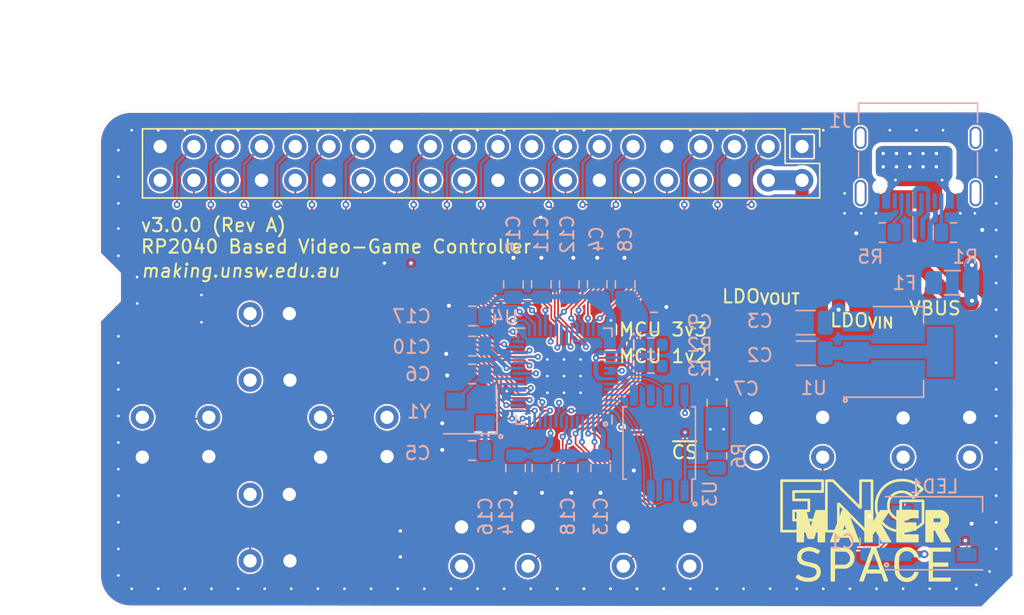
<source format=kicad_pcb>
(kicad_pcb (version 20211014) (generator pcbnew)
  (title_block (title "RP2040-Gamepad") (date "2023-02-24") (rev "3.4.0 (Rev A)") (company "UNSW Makerspaces"))
  (layers (0 "F.Cu" mixed "TOP") (1 "In1.Cu" power "3V3") (2 "In2.Cu" power "GND") (31 "B.Cu" mixed "BOTTOM") (34 "B.Paste" user "BOTTOM_SOLDERPASTE") (35 "F.Paste" user "TOP_SOLDERPASTE") (36 "B.SilkS" user "BOTTOM_SILKSCREEN") (37 "F.SilkS" user "TOP_SILKSCREEN") (38 "B.Mask" user "BOTTOM_SOLDERMASK") (39 "F.Mask" user "TOP_SOLDERMASK") (44 "Edge.Cuts" user))
  (property "--x" "→")
  (property "Delta" "Δ")
  (property "MR" "MΩ")
  (property "O" "Ω")
  (property "R" "Ω")
  (property "VERSION" "1.0.0")
  (property "alpha" "α")
  (property "beta" "β")
  (property "delta" "δ")
  (property "diameter" "⌀")
  (property "footnote" "†")
  (property "frog" "🐸")
  (property "kR" "kΩ")
  (property "mR" "mΩ")
  (property "mu" "μ")
  (property "pi" "π")
  (property "uF" "μF")
  (property "uH" "μH")
  (property "uf" "μF")
  (property "uh" "μH")
  (property "x--" "←")
  (net 0 "")
  (net 1 "+3V3")
  (net 2 "VBUS")
  (net 3 "Net-(J1-PadA5)")
  (net 5 "+1V2")
  (net 6 "GND")
  (net 7 "/USB_{DATA}+")
  (net 8 "/USB_{DATA}-")
  (net 9 "/D-")
  (net 10 "/D+")
  (net 11 "/~{CS}")
  (net 12 "/SD1")
  (net 13 "/SD2")
  (net 14 "/SD0")
  (net 15 "/SCK")
  (net 16 "/SD3")
  (net 17 "/USB_VBUS")
  (net 19 "/$.GPIO29")
  (net 20 "/$.GPIO28")
  (net 21 "Net-(TP3-Pad1)")
  (net 22 "/$.GPIO2")
  (net 23 "/$.GPIO3")
  (net 24 "/$.GPIO4")
  (net 25 "/$.GPIO17")
  (net 26 "/$.GPIO14")
  (net 27 "/$.GPIO15")
  (net 28 "/$.GPIO16")
  (net 29 "/$.GPIO18")
  (net 30 "/$.GPIO19")
  (net 31 "/$.GPIO20")
  (net 32 "/$.GPIO10")
  (net 33 "/$.GPIO9")
  (net 34 "/$.GPIO21")
  (net 35 "/$.GPIO11")
  (net 36 "/$.GPIO8")
  (net 37 "/$.GPIO7")
  (net 38 "/$.GPIO1")
  (net 39 "/$.GPIO5")
  (net 40 "/$.GPIO6")
  (net 41 "/$.GPIO12")
  (net 42 "/$.GPIO13")
  (net 43 "/$.GPIO22")
  (net 44 "/$.GPIO24")
  (net 45 "/$.GPIO25")
  (net 46 "/$.GPIO26")
  (net 47 "/$.GPIO27")
  (net 48 "Net-(C5-Pad1)")
  (net 49 "Net-(C6-Pad1)")
  (net 52 "Net-(J1-PadB5)")
  (net 53 "Net-(TP4-Pad1)")
  (net 54 "/$.GPIO0")
  (net 55 "/$.GPIO23")
  (net 56 "Net-(TP6-Pad1)")
  (footprint "0:Testpoint_Custom" (layer "F.Cu") (at 155.175 87.375)
    (fp_text reference "TP5" hide)
    (fp_text value "LED DATA" hide)
  )
  (footprint "0:SW_TSC016XXXXXXX_4.5x3.0_H2.75" (layer "F.Cu") (at 153 79.6)
    (fp_text reference "SW6" hide)
    (fp_text value "SW_Push" hide)
  )
  (footprint "0:Testpoint_Custom" (layer "F.Cu") (at 128.5 73.5)
    (fp_text reference "TP2" hide)
    (fp_text value "MCU 1v2")
  )
  (footprint "0:Testpoint_Custom" (layer "F.Cu") (at 111.5 67.5)
    (fp_text reference "TP4" hide)
    (fp_text value "SWCLK" hide)
  )
  (footprint "0:Testpoint_Custom" (layer "F.Cu") (at 145.65 69)
    (fp_text reference "TP10" hide)
    (fp_text value "LDO_{VIN}")
  )
  (footprint "0:SW_TSC016XXXXXXX_4.5x3.0_H2.75" (layer "F.Cu") (at 102.9 72.8 -90)
    (fp_text reference "SW5" hide)
    (fp_text value "SW_Push" hide)
  )
  (footprint "0:Testpoint_Custom" (layer "F.Cu") (at 112.5 67.5)
    (fp_text reference "TP6" hide)
    (fp_text value "SWD" hide)
  )
  (footprint "0:Testpoint_Custom" (layer "F.Cu") (at 143.55 69.2)
    (fp_text reference "TP9" hide)
    (fp_text value "LDO_{VOUT}")
  )
  (footprint "0:Testpoint_Custom" (layer "F.Cu") (at 111.5 66.5)
    (fp_text reference "TP7" hide)
    (fp_text value "RUN_GND" hide)
  )
  (footprint "Fiducial:Fiducial_1mm_Mask2mm" (layer "F.Cu") (at 141.4 65.5)
    (fp_text reference "FID3" hide)
    (fp_text value "1,0" hide)
  )
  (footprint "0:SW_TSC016XXXXXXX_4.5x3.0_H2.75" (layer "F.Cu") (at 102.9 86.4 -90)
    (fp_text reference "SW1" hide)
    (fp_text value "SW_Push" hide)
  )
  (footprint "0:Testpoint_Custom" (layer "F.Cu") (at 128.5 71.5)
    (fp_text reference "TP1" hide)
    (fp_text value "MCU 3v3")
  )
  (footprint "0:eng_maker_space_ss" (layer "F.Cu") (at 141.36165 82.856351)
    (fp_text reference "REF**" hide)
    (fp_text value "eng_maker_space_ss" hide)
  )
  (footprint "Fiducial:Fiducial_1mm_Mask2mm" (layer "F.Cu") (at 139.5 89.5)
    (fp_text reference "FID2" hide)
    (fp_text value "0,0" hide)
  )
  (footprint "0:SW_TSC016XXXXXXX_4.5x3.0_H2.75" (layer "F.Cu") (at 131.96 87.8)
    (fp_text reference "SW2" hide)
    (fp_text value "SW_Push" hide)
  )
  (footprint "0:SW_TSC016XXXXXXX_4.5x3.0_H2.75" (layer "F.Cu") (at 119.8 87.8)
    (fp_text reference "SW8" hide)
    (fp_text value "SW_Push" hide)
  )
  (footprint "0:Testpoint_Custom" (layer "F.Cu") (at 151.45 68.25)
    (fp_text reference "TP8" hide)
    (fp_text value "VBUS")
  )
  (footprint "0:SW_TSC016XXXXXXX_4.5x3.0_H2.75" (layer "F.Cu") (at 95.8 79.6 180)
    (fp_text reference "SW3" hide)
    (fp_text value "SW_Push" hide)
  )
  (footprint "0:SW_TSC016XXXXXXX_4.5x3.0_H2.75" (layer "F.Cu") (at 109.2 79.6 180)
    (fp_text reference "SW7" hide)
    (fp_text value "SW_Push" hide)
  )
  (footprint "0:SW_TSC016XXXXXXX_4.5x3.0_H2.75" (layer "F.Cu") (at 141.95 79.6)
    (fp_text reference "SW4" hide)
    (fp_text value "SW_Push" hide)
  )
  (footprint "0:Testpoint_Custom" (layer "F.Cu") (at 113.5 66.5)
    (fp_text reference "TP11" hide)
    (fp_text value "SWD_3V3" hide)
  )
  (footprint "0:Testpoint_Custom" (layer "F.Cu") (at 134.075 79.25)
    (fp_text reference "TP12" hide)
    (fp_text value "~{CS}")
  )
  (footprint "0:Testpoint_Custom" (layer "F.Cu") (at 112.5 66.5)
    (fp_text reference "TP3" hide)
    (fp_text value "RUN" hide)
  )
  (footprint "Fiducial:Fiducial_1mm_Mask2mm" (layer "F.Cu") (at 103.8 80.25)
    (fp_text reference "FID1" hide)
    (fp_text value "0,1" hide)
  )
  (footprint "Connector_PinHeader_2.54mm:PinHeader_2x20_P2.54mm_Vertical" (layer "F.Cu") (at 142.9 57.725 -90)
    (fp_text reference "J3" hide)
    (fp_text value "RBP_GPIO_CONN" hide)
  )
  (footprint "Resistor_SMD:R_0603_1608Metric" (layer "B.Cu") (at 131.55 74.25 180)
    (fp_text reference "R3")
    (fp_text value "27Ω")
  )
  (footprint "Package_TO_SOT_SMD:SOT-223-3_TabPin2" (layer "B.Cu") (at 150.125 73.175)
    (fp_text reference "U1")
    (fp_text value "ASM1117-3.3")
  )
  (footprint "Resistor_SMD:R_0603_1608Metric" (layer "B.Cu") (at 131.55 72.65 180)
    (fp_text reference "R2")
    (fp_text value "27Ω")
  )
  (footprint "Capacitor_SMD:C_0805_2012Metric" (layer "B.Cu") (at 136.5 77 90)
    (fp_text reference "C7")
    (fp_text value "100nF")
  )
  (footprint "0:FLASH-SOIC-8" (layer "B.Cu") (at 132.160001 80.032167 90)
    (fp_text reference "U3")
    (fp_text value "WQ25JVS")
  )
  (footprint "Capacitor_SMD:C_0805_2012Metric" (layer "B.Cu") (at 123.340188 81.932082 -90)
    (fp_text reference "C14")
    (fp_text value "100nF")
  )
  (footprint "Capacitor_SMD:C_0805_2012Metric" (layer "B.Cu") (at 125.320087 81.932082 -90)
    (fp_text reference "C18")
    (fp_text value "100nF")
  )
  (footprint "LED_SMD:LED_WS2812B_PLCC4_5.0x5.0mm_P3.2mm" (layer "B.Cu") (at 152.825 86.825)
    (fp_text reference "LED1")
    (fp_text value "WS2812B")
  )
  (footprint "Capacitor_SMD:C_0805_2012Metric" (layer "B.Cu") (at 123.3 68.1 90)
    (fp_text reference "C11")
    (fp_text value "1μF")
  )
  (footprint "Capacitor_SMD:C_0805_2012Metric" (layer "B.Cu") (at 121.2 68.1 90)
    (fp_text reference "C15")
    (fp_text value "100nF")
  )
  (footprint "Capacitor_SMD:C_0805_2012Metric" (layer "B.Cu") (at 118.1 74.84 180)
    (fp_text reference "C6")
    (fp_text value "14pF")
  )
  (footprint "Crystal:Crystal_SMD_3225-4Pin_3.2x2.5mm" (layer "B.Cu") (at 117.966177 77.689441 180)
    (fp_text reference "Y1")
    (fp_text value "X322512MMB4SI")
  )
  (footprint "Capacitor_SMD:C_0805_2012Metric" (layer "B.Cu") (at 118.1 80.6 180)
    (fp_text reference "C5")
    (fp_text value "14pF")
  )
  (footprint "Capacitor_SMD:C_0805_2012Metric" (layer "B.Cu") (at 131.760003 70.932167)
    (fp_text reference "C9")
    (fp_text value "100nF")
  )
  (footprint "Resistor_SMD:R_0805_2012Metric" (layer "B.Cu") (at 136.5 81 90)
    (fp_text reference "R6")
    (fp_text value "10kΩ")
  )
  (footprint "Capacitor_SMD:C_1206_3216Metric" (layer "B.Cu") (at 143.175 73.275 180)
    (fp_text reference "C3")
    (fp_text value "10μF")
  )
  (footprint "Capacitor_SMD:C_1206_3216Metric" (layer "B.Cu") (at 143.175 70.975 180)
    (fp_text reference "C2")
    (fp_text value "10μF")
  )
  (footprint "Resistor_SMD:R_0805_2012Metric" (layer "B.Cu") (at 148.925 64.2 180)
    (fp_text reference "R5")
    (fp_text value "5.1kΩ")
  )
  (footprint "Capacitor_SMD:C_0805_2012Metric" (layer "B.Cu") (at 118.107598 70.476952 180)
    (fp_text reference "C17")
    (fp_text value "100nF")
  )
  (footprint "Capacitor_SMD:C_0805_2012Metric" (layer "B.Cu") (at 147.99 87.45 90)
    (fp_text reference "C1")
    (fp_text value "1μF")
  )
  (footprint "Capacitor_SMD:C_0805_2012Metric" (layer "B.Cu") (at 118.107598 72.739694 180)
    (fp_text reference "C10")
    (fp_text value "100nF")
  )
  (footprint "Package_DFN_QFN:QFN-56-1EP_7x7mm_P0.4mm_EP3.2x3.2mm" (layer "B.Cu") (at 125 75 90)
    (fp_text reference "U4")
    (fp_text value "RP2040")
  )
  (footprint "Connector_USB:USB_C_Receptacle_Palconn_UTC16-G" (layer "B.Cu") (at 151.625 59.3)
    (fp_text reference "J1")
    (fp_text value "C116159")
  )
  (footprint "Fuse:Fuse_1206_3216Metric" (layer "B.Cu") (at 154.2 67.975 180)
    (fp_text reference "F1")
    (fp_text value "C261953")
  )
  (footprint "Resistor_SMD:R_0805_2012Metric" (layer "B.Cu") (at 154.29 64.2)
    (fp_text reference "R1")
    (fp_text value "5.1kΩ")
  )
  (footprint "Capacitor_SMD:C_0805_2012Metric" (layer "B.Cu") (at 125.4 68.1 90)
    (fp_text reference "C12")
    (fp_text value "100nF")
  )
  (footprint "Capacitor_SMD:C_0805_2012Metric" (layer "B.Cu") (at 127.760003 81.929685 -90)
    (fp_text reference "C13")
    (fp_text value "100nF")
  )
  (footprint "Capacitor_SMD:C_0805_2012Metric" (layer "B.Cu") (at 121.360289 81.932082 -90)
    (fp_text reference "C16")
    (fp_text value "100nF")
  )
  (footprint "Capacitor_SMD:C_0805_2012Metric" (layer "B.Cu") (at 127.5 68.1 90)
    (fp_text reference "C4")
    (fp_text value "1μF")
  )
  (footprint "Capacitor_SMD:C_0805_2012Metric" (layer "B.Cu") (at 129.6 68.1 90)
    (fp_text reference "C8")
    (fp_text value "1μF")
  )
  (gr_circle (center 120.25 79.55) (end 120.3 79.525) (layer "B.SilkS") (width 0.15) (fill none))
  (gr_circle (center 146.15 76.825) (end 146.2 76.8) (layer "B.SilkS") (width 0.15) (fill none))
  (gr_circle (center 128.125 78.6) (end 128.175 78.575) (layer "B.SilkS") (width 0.15) (fill none))
  (gr_circle (center 134.85 84.625) (end 134.9 84.6) (layer "B.SilkS") (width 0.15) (fill none))
  (gr_circle (center 149.25 89.2) (end 149.3 89.175) (layer "B.SilkS") (width 0.15) (fill none))
  (gr_arc (start 156.492588 54.967588) (mid 158.225 55.685176) (end 158.942588 57.417588) (layer "Edge.Cuts") (width 0.01))
  (gr_arc (start 92.45 92.45) (mid 90.717588 91.732412) (end 90 90) (layer "Edge.Cuts") (width 0.01))
  (gr_line (start 90 70.8) (end 91.5 69.3) (layer "Edge.Cuts") (width 0.01))
  (gr_line (start 90 70.8) (end 90 90) (layer "Edge.Cuts") (width 0.01))
  (gr_line (start 90 65.8) (end 91.5 67.3) (layer "Edge.Cuts") (width 0.01))
  (gr_line (start 92.450001 55) (end 156.492588 54.967588) (layer "Edge.Cuts") (width 0.01))
  (gr_arc (start 90.000001 57.45) (mid 90.717589 55.717588) (end 92.450001 55) (layer "Edge.Cuts") (width 0.01))
  (gr_line (start 90.000001 57.45) (end 90.000001 65.8) (layer "Edge.Cuts") (width 0.01))
  (gr_line (start 158.917588 90.067588) (end 156.467588 92.517588) (layer "Edge.Cuts") (width 0.01))
  (gr_line (start 91.5 67.3) (end 91.5 69.3) (layer "Edge.Cuts") (width 0.01))
  (gr_line (start 92.45 92.45) (end 156.467588 92.517588) (layer "Edge.Cuts") (width 0.01))
  (gr_line (start 158.917588 90.067588) (end 158.942588 57.417588) (layer "Edge.Cuts") (width 0.01))
  (gr_text "v3.0.0 (Rev A)\nRP2040 Based Video-Game Controller" (at 93.1 64.45) (layer "F.SilkS") (effects (font (size 1 1)) (justify left)))
  (gr_text "making.unsw.edu.au" (at 93.15 67.075) (layer "F.SilkS") (effects (font (size 1 1) (thickness 0.15) italic) (justify left)))
  (segment (start 128.525 71.475) (end 128.5 71.5) (width 0.1778) (layer "F.Cu") (net 1))
  (segment (start 128.525 70.8) (end 128.525 71.475) (width 0.1778) (layer "F.Cu") (net 1))
  (via (at 122.9 74.8) (size 0.46) (drill 0.2) (layers "F.Cu" "B.Cu") (net 1))
  (via (at 129.35 74.6) (size 0.46) (drill 0.2) (layers "F.Cu" "B.Cu") (net 1))
  (via (at 128.525 70.8) (size 0.46) (drill 0.2) (layers "F.Cu" "B.Cu") (net 1))
  (via (at 124.000004 72.4) (size 0.46) (drill 0.2) (layers "F.Cu" "B.Cu") (net 1))
  (via (at 123.993487 79.3) (size 0.46) (drill 0.2) (layers "F.Cu" "B.Cu") (net 1))
  (via (at 137 79) (size 0.46) (drill 0.2) (layers "F.Cu" "B.Cu") (net 1))
  (via (at 136 79) (size 0.46) (drill 0.2) (layers "F.Cu" "B.Cu") (net 1))
  (via (at 134.1 77.79) (size 0.46) (drill 0.2) (layers "F.Cu" "B.Cu") (net 1))
  (via (at 113.5 66.5) (size 0.508) (drill 0.254) (layers "F.Cu" "B.Cu") (net 1))
  (segment (start 128.437502 74.587502) (end 129.337502 74.587502) (width 0.2) (layer "B.Cu") (net 1))
  (segment (start 127.95 79.25) (end 127.75 79.05) (width 0.3556) (layer "B.Cu") (net 1))
  (segment (start 122.9 74.8) (end 121.562503 74.799999) (width 0.2) (layer "B.Cu") (net 1))
  (segment (start 123.993487 79.3) (end 123.993487 80.156513) (width 0.3556) (layer "B.Cu") (net 1))
  (segment (start 128.437502 74.587502) (end 128.437502 74.399998) (width 0.2) (layer "B.Cu") (net 1))
  (segment (start 121.2 69.05) (end 121.227211 69.022789) (width 0.381) (layer "B.Cu") (net 1))
  (segment (start 119.057598 70.092402) (end 120.1 69.05) (width 0.3556) (layer "B.Cu") (net 1))
  (segment (start 146.975 73.175) (end 153.275 73.175) (width 1) (layer "B.Cu") (net 1))
  (segment (start 127.75 79.05) (end 127.6 78.9) (width 0.1778) (layer "B.Cu") (net 1))
  (segment (start 144.65 73.275) (end 146.875 73.275) (width 1) (layer "B.Cu") (net 1))
  (segment (start 125.322484 80.979685) (end 125.320087 80.982082) (width 0.3556) (layer "B.Cu") (net 1))
  (segment (start 128.437502 74.8) (end 128.437502 74.587502) (width 0.2) (layer "B.Cu") (net 1))
  (segment (start 123.993487 80.156513) (end 123.340188 80.809812) (width 0.3556) (layer "B.Cu") (net 1))
  (segment (start 146.875 73.275) (end 146.975 73.175) (width 1) (layer "B.Cu") (net 1))
  (segment (start 121.360289 80.982082) (end 125.320087 80.982082) (width 0.3556) (layer "B.Cu") (net 1))
  (segment (start 121.360289 80.982082) (end 127.754217 80.982082) (width 0.508) (layer "B.Cu") (net 1))
  (segment (start 128.525 70.8) (end 128.665513 70.659487) (width 0.1778) (layer "B.Cu") (net 1))
  (segment (start 127.6 78.9) (end 127.6 78.4375) (width 0.1778) (layer "B.Cu") (net 1))
  (segment (start 127.760003 80.289997) (end 127.95 80.1) (width 0.3556) (layer "B.Cu") (net 1))
  (segment (start 119.057598 70.476952) (end 119.057598 70.092402) (width 0.3556) (layer "B.Cu") (net 1))
  (segment (start 123.340188 80.809812) (end 123.340188 80.982082) (width 0.3556) (layer "B.Cu") (net 1))
  (segment (start 120.1 69.05) (end 121.2 69.05) (width 0.3556) (layer "B.Cu") (net 1))
  (segment (start 123.993487 79.3) (end 124.000005 79.293482) (width 0.2) (layer "B.Cu") (net 1))
  (segment (start 129.337502 74.587502) (end 129.35 74.6) (width 0.2) (layer "B.Cu") (net 1))
  (segment (start 129.35 74.6) (end 129.300004 74.550004) (width 0.127) (layer "B.Cu") (net 1))
  (segment (start 127.95 80.1) (end 127.95 79.25) (width 0.3556) (layer "B.Cu") (net 1))
  (segment (start 134.1 77.79) (end 134.1 76.467166) (width 0.254) (layer "B.Cu") (net 1))
  (segment (start 127.760003 80.979685) (end 127.760003 80.289997) (width 0.3556) (layer "B.Cu") (net 1))
  (segment (start 129.300004 74.550004) (end 129.300004 74.432167) (width 0.127) (layer "B.Cu") (net 1))
  (segment (start 127.472789 69.022789) (end 127.5 69.05) (width 0.381) (layer "B.Cu") (net 1))
  (segment (start 124.000005 79.293482) (end 124.000005 78.437501) (width 0.2) (layer "B.Cu") (net 1))
  (segment (start 121.227211 69.022789) (end 127.472789 69.022789) (width 0.381) (layer "B.Cu") (net 1))
  (segment (start 128.665513 70.659487) (end 128.665513 70.264283) (width 0.1778) (layer "B.Cu") (net 1))
  (segment (start 127.760003 80.979685) (end 125.322484 80.979685) (width 0.3556) (layer "B.Cu") (net 1))
  (segment (start 124.000003 71.562499) (end 124.000004 72.4) (width 0.2) (layer "B.Cu") (net 1))
  (segment (start 128.4375 72.8) (end 128.4375 72.4) (width 0.2) (layer "B.Cu") (net 1))
  (segment (start 128.558578 70.108578) (end 127.5 69.05) (width 0.1778) (layer "B.Cu") (net 1))
  (segment (start 134.1 76.467166) (end 134.065001 76.432167) (width 0.254) (layer "B.Cu") (net 1))
  (arc (start 127.754217 80.982082) (mid 127.757348 80.981459) (end 127.760003 80.979685) (width 0.508) (layer "B.Cu") (net 1))
  (arc (start 128.665513 70.264283) (mid 128.618619 70.181749) (end 128.558578 70.108578) (width 0.1778) (layer "B.Cu") (net 1))
  (segment (start 144 64.1) (end 145.65 65.75) (width 1) (layer "F.Cu") (net 2))
  (segment (start 145.65 65.75) (end 145.65 70) (width 1) (layer "F.Cu") (net 2))
  (segment (start 140.36 60.265) (end 142.9 60.265) (width 1.5) (layer "F.Cu") (net 2))
  (segment (start 142.9 63) (end 144 64.1) (width 1) (layer "F.Cu") (net 2))
  (segment (start 142.9 60.265) (end 142.9 63) (width 1) (layer "F.Cu") (net 2))
  (via (at 145.65 70) (size 0.6) (drill 0.3) (layers "F.Cu" "B.Cu") (net 2))
  (via (at 152.1 88.4) (size 0.6) (drill 0.3) (layers "F.Cu" "B.Cu") (net 2))
  (segment (start 142.9 60.265) (end 140.385 60.265) (width 1.5) (layer "B.Cu") (net 2))
  (segment (start 145.65 70) (end 145.625 70) (width 1) (layer "B.Cu") (net 2))
  (segment (start 150.375 88.425) (end 150.4 88.4) (width 0.508) (layer "B.Cu") (net 2))
  (segment (start 150.4 88.4) (end 152.1 88.4) (width 0.508) (layer "B.Cu") (net 2))
  (segment (start 145.625 70) (end 144.65 70.975) (width 1) (layer "B.Cu") (net 2))
  (segment (start 147.99 88.4) (end 150.35 88.4) (width 1) (layer "B.Cu") (net 2))
  (segment (start 146.975 70.875) (end 144.75 70.875) (width 1) (layer "B.Cu") (net 2))
  (segment (start 150.35 88.4) (end 150.375 88.425) (width 0.508) (layer "B.Cu") (net 2))
  (segment (start 140.385 60.265) (end 140.35 60.3) (width 1) (layer "B.Cu") (net 2))
  (segment (start 144.75 70.875) (end 144.65 70.975) (width 1) (layer "B.Cu") (net 2))
  (segment (start 149.8375 63.3875) (end 149.8375 64.2) (width 0.2) (layer "B.Cu") (net 3))
  (segment (start 150.375 62.85) (end 149.8375 63.3875) (width 0.2) (layer "B.Cu") (net 3))
  (segment (start 150.375 61.81) (end 150.375 62.85) (width 0.2) (layer "B.Cu") (net 3))
  (segment (start 128.367833 73.632167) (end 128.5 73.5) (width 0.127) (layer "F.Cu") (net 5))
  (segment (start 127.4 73.632167) (end 128.367833 73.632167) (width 0.127) (layer "F.Cu") (net 5))
  (via (at 127.4 73.632167) (size 0.46) (drill 0.2) (layers "F.Cu" "B.Cu") (net 5))
  (via (at 120.680003 74.399999) (size 0.46) (drill 0.2) (layers "F.Cu" "B.Cu") (net 5))
  (segment (start 127.8 73.2) (end 128.4375 73.2) (width 0.2) (layer "B.Cu") (net 5))
  (segment (start 119.089694 72.739694) (end 120.680003 74.330003) (width 0.3556) (layer "B.Cu") (net 5))
  (segment (start 127.5 73.35) (end 127.543934 73.306066) (width 0.3556) (layer "B.Cu") (net 5))
  (segment (start 127.4 73.632167) (end 127.4 74.737868) (width 0.3556) (layer "B.Cu") (net 5))
  (segment (start 121.562502 74.399999) (end 120.680003 74.399999) (width 0.2) (layer "B.Cu") (net 5))
  (segment (start 127.791421 75.2) (end 128.4375 75.2) (width 0.2) (layer "B.Cu") (net 5))
  (segment (start 127.4 73.632167) (end 127.4 73.591421) (width 0.3556) (layer "B.Cu") (net 5))
  (segment (start 119.057598 72.739694) (end 119.089694 72.739694) (width 0.3556) (layer "B.Cu") (net 5))
  (segment (start 120.680003 74.330003) (end 120.680003 74.399999) (width 0.3556) (layer "B.Cu") (net 5))
  (arc (start 127.55 75.1) (mid 127.660765 75.174011) (end 127.791421 75.2) (width 0.3556) (layer "B.Cu") (net 5))
  (arc (start 127.4 73.591421) (mid 127.425989 73.460765) (end 127.5 73.35) (width 0.3556) (layer "B.Cu") (net 5))
  (arc (start 127.543934 73.306066) (mid 127.661418 73.227566) (end 127.8 73.2) (width 0.3556) (layer "B.Cu") (net 5))
  (arc (start 127.4 74.737868) (mid 127.438984 74.933852) (end 127.55 75.1) (width 0.3556) (layer "B.Cu") (net 5))
  (via (at 157.5 80) (size 0.46) (drill 0.2) (layers "F.Cu" "B.Cu") (net 6))
  (via (at 130.5 91) (size 0.46) (drill 0.2) (layers "F.Cu" "B.Cu") (net 6))
  (via (at 130.25 82.1) (size 0.6) (drill 0.3) (layers "F.Cu" "B.Cu") (net 6))
  (via (at 157.5 76) (size 0.46) (drill 0.2) (layers "F.Cu" "B.Cu") (net 6))
  (via (at 91.5 88) (size 0.46) (drill 0.2) (layers "F.Cu" "B.Cu") (net 6))
  (via (at 118.5 56.5) (size 0.46) (drill 0.2) (layers "F.Cu" "B.Cu") (net 6))
  (via (at 91.5 62) (size 0.46) (drill 0.2) (layers "F.Cu" "B.Cu") (net 6))
  (via (at 108.5 91) (size 0.46) (drill 0.2) (layers "F.Cu" "B.Cu") (net 6))
  (via (at 116.15 73.325) (size 0.6) (drill 0.3) (layers "F.Cu" "B.Cu") (net 6))
  (via (at 136.5 75.25) (size 0.46) (drill 0.2) (layers "F.Cu" "B.Cu") (net 6))
  (via (at 157.5 68) (size 0.46) (drill 0.2) (layers "F.Cu" "B.Cu") (net 6))
  (via (at 126.5 56.5) (size 0.46) (drill 0.2) (layers "F.Cu" "B.Cu") (net 6))
  (via (at 91.5 74) (size 0.46) (drill 0.2) (layers "F.Cu" "B.Cu") (net 6))
  (via (at 157.5 64) (size 0.46) (drill 0.2) (layers "F.Cu" "B.Cu") (net 6))
  (via (at 130.5 91) (size 0.46) (drill 0.2) (layers "F.Cu" "B.Cu") (net 6))
  (via (at 91.5 80) (size 0.46) (drill 0.2) (layers "F.Cu" "B.Cu") (net 6))
  (via (at 156 90.7) (size 0.46) (drill 0.2) (layers "F.Cu" "B.Cu") (net 6))
  (via (at 126.25 76.25) (size 0.46) (drill 0.2) (layers "F.Cu" "B.Cu") (net 6))
  (via (at 102.5 91) (size 0.46) (drill 0.2) (layers "F.Cu" "B.Cu") (net 6))
  (via (at 91.5 63.9) (size 0.46) (drill 0.2) (layers "F.Cu" "B.Cu") (net 6))
  (via (at 92.5 56.5) (size 0.46) (drill 0.2) (layers "F.Cu" "B.Cu") (net 6))
  (via (at 100.5 56.5) (size 0.46) (drill 0.2) (layers "F.Cu" "B.Cu") (net 6))
  (via (at 114.5 91) (size 0.46) (drill 0.2) (layers "F.Cu" "B.Cu") (net 6))
  (via (at 123.75 73.75) (size 0.46) (drill 0.2) (layers "F.Cu" "B.Cu") (net 6))
  (via (at 91.5 82) (size 0.46) (drill 0.2) (layers "F.Cu" "B.Cu") (net 6))
  (via (at 125 76.25) (size 0.46) (drill 0.2) (layers "F.Cu" "B.Cu") (net 6))
  (via (at 100.5 91) (size 0.46) (drill 0.2) (layers "F.Cu" "B.Cu") (net 6))
  (via (at 96.5 91) (size 0.46) (drill 0.2) (layers "F.Cu" "B.Cu") (net 6))
  (via (at 148.5 91) (size 0.46) (drill 0.2) (layers "F.Cu" "B.Cu") (net 6))
  (via (at 94.5 56.5) (size 0.46) (drill 0.2) (layers "F.Cu" "B.Cu") (net 6))
  (via (at 150.5 91) (size 0.46) (drill 0.2) (layers "F.Cu" "B.Cu") (net 6))
  (via (at 124.5 91) (size 0.46) (drill 0.2) (layers "F.Cu" "B.Cu") (net 6))
  (via (at 97.75 68.9) (size 0.46) (drill 0.2) (layers "F.Cu" "B.Cu") (net 6))
  (via (at 96.5 56.5) (size 0.46) (drill 0.2) (layers "F.Cu" "B.Cu") (net 6))
  (via (at 91.5 65.95) (size 0.46) (drill 0.2) (layers "F.Cu" "B.Cu") (net 6))
  (via (at 136.5 56.5) (size 0.46) (drill 0.2) (layers "F.Cu" "B.Cu") (net 6))
  (via (at 132.5 91) (size 0.46) (drill 0.2) (layers "F.Cu" "B.Cu") (net 6))
  (via (at 94.5 91) (size 0.46) (drill 0.2) (layers "F.Cu" "B.Cu") (net 6))
  (via (at 154.8 62.75) (size 0.46) (drill 0.2) (layers "F.Cu" "B.Cu") (net 6))
  (via (at 125.7 66.1) (size 0.6) (drill 0.3) (layers "F.Cu" "B.Cu") (net 6))
  (via (at 127.5 66.1) (size 0.6) (drill 0.3) (layers "F.Cu" "B.Cu") (net 6))
  (via (at 147.35 62.75) (size 0.46) (drill 0.2) (layers "F.Cu" "B.Cu") (net 6))
  (via (at 128.5 91) (size 0.46) (drill 0.2) (layers "F.Cu" "B.Cu") (net 6))
  (via (at 111.5 66.5) (size 0.508) (drill 0.254) (layers "F.Cu" "B.Cu") (net 6))
  (via (at 121.2 66.1) (size 0.6) (drill 0.3) (layers "F.Cu" "B.Cu") (net 6))
  (via (at 92.9 67.549999) (size 0.46) (drill 0.2) (layers "F.Cu" "B.Cu") (net 6))
  (via (at 128.5 91) (size 0.46) (drill 0.2) (layers "F.Cu" "B.Cu") (net 6))
  (via (at 123.35 83.782167) (size 0.6) (drill 0.3) (layers "F.Cu" "B.Cu") (net 6))
  (via (at 116.5 91) (size 0.46) (drill 0.2) (layers "F.Cu" "B.Cu") (net 6))
  (via (at 125 73.75) (size 0.46) (drill 0.2) (layers "F.Cu" "B.Cu") (net 6))
  (via (at 138.5 56.5) (size 0.46) (drill 0.2) (layers "F.Cu" "B.Cu") (net 6))
  (via (at 157.5 60) (size 0.46) (drill 0.2) (layers "F.Cu" "B.Cu") (net 6))
  (via (at 128.5 56.5) (size 0.46) (drill 0.2) (layers "F.Cu" "B.Cu") (net 6))
  (via (at 126.5 91) (size 0.46) (drill 0.2) (layers "F.Cu" "B.Cu") (net 6))
  (via (at 152.5 91) (size 0.46) (drill 0.2) (layers "F.Cu" "B.Cu") (net 6))
  (via (at 106.5 91) (size 0.46) (drill 0.2) (layers "F.Cu" "B.Cu") (net 6))
  (via (at 127.750004 83.782167) (size 0.6) (drill 0.3) (layers "F.Cu" "B.Cu") (net 6))
  (via (at 126.5 91) (size 0.46) (drill 0.2) (layers "F.Cu" "B.Cu") (net 6))
  (via (at 148.45 62.75) (size 0.46) (drill 0.2) (layers "F.Cu" "B.Cu") (net 6))
  (via (at 130.5 91) (size 0.46) (drill 0.2) (layers "F.Cu" "B.Cu") (net 6))
  (via (at 130.5 91) (size 0.46) (drill 0.2) (layers "F.Cu" "B.Cu") (net 6))
  (via (at 123.75 75) (size 0.46) (drill 0.2) (layers "F.Cu" "B.Cu") (net 6))
  (via (at 132.7 69.8) (size 0.6) (drill 0.3) (layers "F.Cu" "B.Cu") (net 6))
  (via (at 123.3 66.1) (size 0.6) (drill 0.3) (layers "F.Cu" "B.Cu") (net 6))
  (via (at 115.85 78.55) (size 0.6) (drill 0.3) (layers "F.Cu" "B.Cu") (net 6))
  (via (at 92.5 91) (size 0.46) (drill 0.2) (layers "F.Cu" "B.Cu") (net 6))
  (via (at 157.5 72) (size 0.46) (drill 0.2) (layers "F.Cu" "B.Cu") (net 6))
  (via (at 157.5 78) (size 0.46) (drill 0.2) (layers "F.Cu" "B.Cu") (net 6))
  (via (at 146.1 61.25) (size 0.46) (drill 0.2) (layers "F.Cu" "B.Cu") (net 6))
  (via (at 112.7 86.65) (size 0.508) (drill 0.254) (layers "F.Cu" "B.Cu") (net 6))
  (via (at 91.5 76) (size 0.46) (drill 0.2) (layers "F.Cu" "B.Cu") (net 6))
  (via (at 118.5 91) (size 0.46) (drill 0.2) (layers "F.Cu" "B.Cu") (net 6))
  (via (at 110.5 56.5) (size 0.46) (drill 0.2) (layers "F.Cu" "B.Cu") (net 6))
  (via (at 123.25 63.05) (size 0.508) (drill 0.254) (layers "F.Cu" "B.Cu") (net 6))
  (via (at 116.35 69.7) (size 0.6) (drill 0.3) (layers "F.Cu" "B.Cu") (net 6))
  (via (at 155.9 62.75) (size 0.46) (drill 0.2) (layers "F.Cu" "B.Cu") (net 6))
  (via (at 91.5 58) (size 0.46) (drill 0.2) (layers "F.Cu" "B.Cu") (net 6))
  (via (at 98.5 56.5) (size 0.46) (drill 0.2) (layers "F.Cu" "B.Cu") (net 6))
  (via (at 97.75 70.95) (size 0.46) (drill 0.2) (layers "F.Cu" "B.Cu") (net 6))
  (via (at 157.5 84) (size 0.46) (drill 0.2) (layers "F.Cu" "B.Cu") (net 6))
  (via (at 98.5 91) (size 0.46) (drill 0.2) (layers "F.Cu" "B.Cu") (net 6))
  (via (at 132.5 91) (size 0.46) (drill 0.2) (layers "F.Cu" "B.Cu") (net 6))
  (via (at 104.5 91) (size 0.46) (drill 0.2) (layers "F.Cu" "B.Cu") (net 6))
  (via (at 110.5 91) (size 0.46) (drill 0.2) (layers "F.Cu" "B.Cu") (net 6))
  (via (at 120.5 56.5) (size 0.46) (drill 0.2) (layers "F.Cu" "B.Cu") (net 6))
  (via (at 125.55 83.782167) (size 0.6) (drill 0.3) (layers "F.Cu" "B.Cu") (net 6))
  (via (at 126.25 73.75) (size 0.46) (drill 0.2) (layers "F.Cu" "B.Cu") (net 6))
  (via (at 116.5 56.5) (size 0.46) (drill 0.2) (layers "F.Cu" "B.Cu") (net 6))
  (via (at 157.5 70) (size 0.46) (drill 0.2) (layers "F.Cu" "B.Cu") (net 6))
  (via (at 108.5 56.5) (size 0.46) (drill 0.2) (layers "F.Cu" "B.Cu") (net 6))
  (via (at 115.85 80.55) (size 0.6) (drill 0.3) (layers "F.Cu" "B.Cu") (net 6))
  (via (at 126.25 75) (size 0.46) (drill 0.2) (layers "F.Cu" "B.Cu") (net 6))
  (via (at 146.975 64.25) (size 0.6) (drill 0.3) (layers "F.Cu" "B.Cu") (net 6))
  (via (at 136.5 91) (size 0.46) (drill 0.2) (layers "F.Cu" "B.Cu") (net 6))
  (via (at 121.350004 83.782167) (size 0.6) (drill 0.3) (layers "F.Cu" "B.Cu") (net 6))
  (via (at 122.5 91) (size 0.46) (drill 0.2) (layers "F.Cu" "B.Cu") (net 6))
  (via (at 91.5 78) (size 0.46) (drill 0.2) (layers "F.Cu" "B.Cu") (net 6))
  (via (at 144.5 56.5) (size 0.46) (drill 0.2) (layers "F.Cu" "B.Cu") (net 6))
  (via (at 155.65 86.1) (size 0.6) (drill 0.3) (layers "F.Cu" "B.Cu") (net 6))
  (via (at 126.5 91) (size 0.46) (drill 0.2) (layers "F.Cu" "B.Cu") (net 6))
  (via (at 132.5 91) (size 0.46) (drill 0.2) (layers "F.Cu" "B.Cu") (net 6))
  (via (at 125 75) (size 0.46) (drill 0.2) (layers "F.Cu" "B.Cu") (net 6))
  (via (at 149.5 56.5) (size 0.46) (drill 0.2) (layers "F.Cu" "B.Cu") (net 6))
  (via (at 134.5 91) (size 0.46) (drill 0.2) (layers "F.Cu" "B.Cu") (net 6))
  (via (at 91.5 60) (size 0.46) (drill 0.2) (layers "F.Cu" "B.Cu") (net 6))
  (via (at 91.5 84) (size 0.46) (drill 0.2) (layers "F.Cu" "B.Cu") (net 6))
  (via (at 156.45 64) (size 0.6) (drill 0.3) (layers "F.Cu" "B.Cu") (net 6))
  (via (at 128.5 91) (size 0.46) (drill 0.2) (layers "F.Cu" "B.Cu") (net 6))
  (via (at 91.5 72) (size 0.46) (drill 0.2) (layers "F.Cu" "B.Cu") (net 6))
  (via (at 157.5 88) (size 0.46) (drill 0.2) (layers "F.Cu" "B.Cu") (net 6))
  (via (at 124.5 91) (size 0.46) (drill 0.2) (layers "F.Cu" "B.Cu") (net 6))
  (via (at 157.5 74) (size 0.46) (drill 0.2) (layers "F.Cu" "B.Cu") (net 6))
  (via (at 157.5 66) (size 0.46) (drill 0.2) (layers "F.Cu" "B.Cu") (net 6))
  (via (at 147.975 85.55) (size 0.6) (drill 0.3) (layers "F.Cu" "B.Cu") (net 6))
  (via (at 157.5 58) (size 0.46) (drill 0.2) (layers "F.Cu" "B.Cu") (net 6))
  (via (at 91.5 90) (size 0.46) (drill 0.2) (layers "F.Cu" "B.Cu") (net 6))
  (via (at 129.55 66.1) (size 0.6) (drill 0.3) (layers "F.Cu" "B.Cu") (net 6))
  (via (at 157.5 82) (size 0.46) (drill 0.2) (layers "F.Cu" "B.Cu") (net 6))
  (via (at 140.5 91) (size 0.46) (drill 0.2) (layers "F.Cu" "B.Cu") (net 6))
  (via (at 128.5 91) (size 0.46) (drill 0.2) (layers "F.Cu" "B.Cu") (net 6))
  (via (at 146.5 91) (size 0.46) (drill 0.2) (layers "F.Cu" "B.Cu") (net 6))
  (via (at 91.5 86) (size 0.46) (drill 0.2) (layers "F.Cu" "B.Cu") (net 6))
  (via (at 151.5 56.5) (size 0.46) (drill 0.2) (layers "F.Cu" "B.Cu") (net 6))
  (via (at 116.225 74.95) (size 0.6) (drill 0.3) (layers "F.Cu" "B.Cu") (net 6))
  (via (at 138.5 91) (size 0.46) (drill 0.2) (layers "F.Cu" "B.Cu") (net 6))
  (via (at 157 89.7) (size 0.46) (drill 0.2) (layers "F.Cu" "B.Cu") (net 6))
  (via (at 123.75 76.25) (size 0.46) (drill 0.2) (layers "F.Cu" "B.Cu") (net 6))
  (via (at 154.5 91) (size 0.46) (drill 0.2) (layers "F.Cu" "B.Cu") (net 6))
  (via (at 134.5 56.5) (size 0.46) (drill 0.2) (layers "F.Cu" "B.Cu") (net 6))
  (via (at 153.5 56.5) (size 0.46) (drill 0.2) (layers "F.Cu" "B.Cu") (net 6))
  (via (at 120.5 91) (size 0.46) (drill 0.2) (layers "F.Cu" "B.Cu") (net 6))
  (via (at 120.700004 76.132167) (size 0.46) (drill 0.2) (layers "F.Cu" "B.Cu") (net 6))
  (via (at 134.5 91) (size 0.46) (drill 0.2) (layers "F.Cu" "B.Cu") (net 6))
  (via (at 144.5 91) (size 0.46) (drill 0.2) (layers "F.Cu" "B.Cu") (net 6))
  (via (at 157.5 86) (size 0.46) (drill 0.2) (layers "F.Cu" "B.Cu") (net 6))
  (via (at 124.5 56.5) (size 0.46) (drill 0.2) (layers "F.Cu" "B.Cu") (net 6))
  (via (at 146.1 62.75) (size 0.46) (drill 0.2) (layers "F.Cu" "B.Cu") (net 6))
  (via (at 92.914214 69.535786) (size 0.46) (drill 0.2) (layers "F.Cu" "B.Cu") (net 6))
  (via (at 157.5 62) (size 0.46) (drill 0.2) (layers "F.Cu" "B.Cu") (net 6))
  (via (at 106.5 56.5) (size 0.46) (drill 0.2) (layers "F.Cu" "B.Cu") (net 6))
  (via (at 112.5 91) (size 0.46) (drill 0.2) (layers "F.Cu" "B.Cu") (net 6))
  (via (at 142.5 91) (size 0.46) (drill 0.2) (layers "F.Cu" "B.Cu") (net 6))
  (via (at 112.7 88.6) (size 0.508) (drill 0.254) (layers "F.Cu" "B.Cu") (net 6))
  (segment (start 136.5 76.225) (end 136.5 75.25) (width 0.127) (layer "B.Cu") (net 6))
  (segment (start 152.19 60.88) (end 151.55 60.88) (width 0.3556) (layer "B.Cu") (net 7))
  (segment (start 151.966672 63.253328) (end 151.966672 64.54769) (width 0.345) (layer "B.Cu") (net 7))
  (segment (start 152.375 61.81) (end 152.375 61.065) (width 0.254) (layer "B.Cu") (net 7))
  (segment (start 151.97 63.25) (end 152.375 62.845) (width 0.3556) (layer "B.Cu") (net 7))
  (segment (start 151.375 61.055) (end 151.375 61.81) (width 0.254) (layer "B.Cu") (net 7))
  (segment (start 152.375 62.845) (end 152.375 61.81) (width 0.254) (layer "B.Cu") (net 7))
  (segment (start 151.97 63.25) (end 151.966672 63.253328) (width 0.345) (layer "B.Cu") (net 7))
  (segment (start 152.375 61.065) (end 152.19 60.88) (width 0.3556) (layer "B.Cu") (net 7))
  (segment (start 151.55 60.88) (end 151.375 61.055) (width 0.3556) (layer "B.Cu") (net 7))
  (segment (start 150.875 62.635) (end 151.02 62.78) (width 0.3556) (layer "B.Cu") (net 8))
  (segment (start 151.875 61.81) (end 151.875 62.615) (width 0.254) (layer "B.Cu") (net 8))
  (segment (start 151.02 62.78) (end 151.42 62.78) (width 0.3556) (layer "B.Cu") (net 8))
  (segment (start 151.42165 64.56808) (end 151.42165 62.78165) (width 0.345) (layer "B.Cu") (net 8))
  (segment (start 151.875 62.615) (end 151.71 62.78) (width 0.3556) (layer "B.Cu") (net 8))
  (segment (start 151.71 62.78) (end 151.42 62.78) (width 0.3556) (layer "B.Cu") (net 8))
  (segment (start 150.875 61.81) (end 150.875 62.635) (width 0.254) (layer "B.Cu") (net 8))
  (segment (start 151.42165 62.78165) (end 151.42 62.78) (width 0.345) (layer "B.Cu") (net 8))
  (segment (start 130.725 72.707172) (end 130.725 72.65) (width 0.2) (layer "B.Cu") (net 9))
  (segment (start 129.832172 73.6) (end 130.725 72.707172) (width 0.2) (layer "B.Cu") (net 9))
  (segment (start 128.4375 73.6) (end 129.832172 73.6) (width 0.2) (layer "B.Cu") (net 9))
  (segment (start 130.725 74.325) (end 130.725 74.25) (width 0.2) (layer "B.Cu") (net 10))
  (segment (start 128.4375 74) (end 129.85 74) (width 0.2) (layer "B.Cu") (net 10))
  (segment (start 129.85 74) (end 130.45 74.6) (width 0.2) (layer "B.Cu") (net 10))
  (segment (start 130.45 74.6) (end 130.725 74.325) (width 0.2) (layer "B.Cu") (net 10))
  (segment (start 129.3 78.85) (end 129.682167 79.232167) (width 0.2) (layer "F.Cu") (net 11))
  (segment (start 129.682167 79.232167) (end 134.1 79.232167) (width 0.2) (layer "F.Cu") (net 11))
  (via (at 129.3 78.85) (size 0.46) (drill 0.2) (layers "F.Cu" "B.Cu") (net 11))
  (via (at 134.1 79.232167) (size 0.46) (drill 0.2) (layers "F.Cu" "B.Cu") (net 11))
  (segment (start 129.3 78.715685) (end 129.3 78.85) (width 0.1778) (layer "B.Cu") (net 11))
  (segment (start 128.4375 77.6) (end 128.537868 77.6) (width 0.1778) (layer "B.Cu") (net 11))
  (segment (start 134.1 81.77) (end 134.1 83.597168) (width 0.2) (layer "B.Cu") (net 11))
  (segment (start 134.1 79.232167) (end 134.1 81.77) (width 0.2) (layer "B.Cu") (net 11))
  (segment (start 134.1 83.597168) (end 134.065001 83.632167) (width 0.2) (layer "B.Cu") (net 11))
  (segment (start 134.155 81.825) (end 134.1 81.77) (width 0.1778) (layer "B.Cu") (net 11))
  (segment (start 136.5 81.825) (end 134.155 81.825) (width 0.1778) (layer "B.Cu") (net 11))
  (arc (start 128.537868 77.6) (mid 128.733852 77.638984) (end 128.9 77.75) (width 0.1778) (layer "B.Cu") (net 11))
  (arc (start 128.9 77.75) (mid 129.196043 78.19306) (end 129.3 78.715685) (width 0.1778) (layer "B.Cu") (net 11))
  (segment (start 132.795001 83.632167) (end 132.795001 83.706089) (width 0.127) (layer "B.Cu") (net 12))
  (segment (start 131.385576 84.645566) (end 131.854725 84.645566) (width 0.127) (layer "B.Cu") (net 12))
  (segment (start 128.4375 77.2) (end 128.930635 77.2) (width 0.127) (layer "B.Cu") (net 12))
  (segment (start 131.02 82.244069) (end 131.02 84.28) (width 0.127) (layer "B.Cu") (net 12))
  (arc (start 128.930635 77.2) (mid 130.477003 79.514258) (end 131.02 82.244069) (width 0.127) (layer "B.Cu") (net 12))
  (arc (start 131.02 84.28) (mid 131.127075 84.538491) (end 131.385576 84.645566) (width 0.127) (layer "B.Cu") (net 12))
  (arc (start 131.854725 84.645566) (mid 132.214769 84.573948) (end 132.52 84.37) (width 0.127) (layer "B.Cu") (net 12))
  (arc (start 132.795001 83.706089) (mid 132.72353 84.065395) (end 132.52 84.37) (width 0.127) (layer "B.Cu") (net 12))
  (segment (start 131.525001 82.762418) (end 131.525001 83.632167) (width 0.127) (layer "B.Cu") (net 13))
  (segment (start 128.9 76.8) (end 128.4375 76.8) (width 0.127) (layer "B.Cu") (net 13))
  (segment (start 129.16509 77.06509) (end 128.9 76.8) (width 0.127) (layer "B.Cu") (net 13))
  (arc (start 129.16509 77.06509) (mid 130.91168 79.679046) (end 131.525001 82.762418) (width 0.127) (layer "B.Cu") (net 13))
  (segment (start 128.437502 76.4) (end 130.230004 76.4) (width 0.127) (layer "B.Cu") (net 14))
  (segment (start 130.230004 76.4) (end 130.255001 76.424997) (width 0.127) (layer "B.Cu") (net 14))
  (segment (start 130.255001 76.424997) (end 130.255001 76.432167) (width 0.127) (layer "B.Cu") (net 14))
  (segment (start 129.027752 76) (end 128.4375 76) (width 0.127) (layer "B.Cu") (net 15))
  (segment (start 129.594935 75.765065) (end 129.717763 75.642218) (width 0.127) (layer "B.Cu") (net 15))
  (segment (start 131.27 75.84) (end 131.135357 75.705357) (width 0.127) (layer "B.Cu") (net 15))
  (segment (start 130.230045 75.43) (end 130.470587 75.43) (width 0.127) (layer "B.Cu") (net 15))
  (arc (start 129.594935 75.765065) (mid 129.334709 75.938942) (end 129.027752 76) (width 0.127) (layer "B.Cu") (net 15))
  (arc (start 129.717763 75.642218) (mid 129.952795 75.485154) (end 130.230045 75.43) (width 0.127) (layer "B.Cu") (net 15))
  (arc (start 130.470587 75.43) (mid 130.830358 75.501563) (end 131.135357 75.705357) (width 0.127) (layer "B.Cu") (net 15))
  (segment (start 128.4375 75.6) (end 129.107158 75.6) (width 0.127) (layer "B.Cu") (net 16))
  (segment (start 130.12 75.17) (end 130.566203 75.17) (width 0.127) (layer "B.Cu") (net 16))
  (segment (start 129.59 75.4) (end 129.607868 75.382132) (width 0.127) (layer "B.Cu") (net 16))
  (arc (start 130.566203 75.17) (mid 131.65065 75.38571) (end 132.57 76) (width 0.127) (layer "B.Cu") (net 16))
  (arc (start 129.107158 75.6) (mid 129.36847 75.548021) (end 129.59 75.4) (width 0.127) (layer "B.Cu") (net 16))
  (arc (start 129.607868 75.382132) (mid 129.842836 75.225132) (end 130.12 75.17) (width 0.127) (layer "B.Cu") (net 16))
  (segment (start 152 66.95) (end 152 59.25) (width 1) (layer "F.Cu") (net 17))
  (segment (start 154.6 69.55) (end 152 66.95) (width 1) (layer "F.Cu") (net 17))
  (segment (start 155.7 69.55) (end 154.6 69.55) (width 1) (layer "F.Cu") (net 17))
  (segment (start 152.675 61.925) (end 152.675 59.175) (width 1.5) (layer "F.Cu") (net 17))
  (segment (start 149.925 60.25) (end 149.925 60.239055) (width 0.127) (layer "F.Cu") (net 17))
  (via (at 153.43 60.25) (size 0.46) (drill 0.2) (layers "F.Cu" "B.Cu") (net 17))
  (via (at 151 58.25) (size 0.508) (drill 0.254) (layers "F.Cu" "B.Cu") (net 17))
  (via (at 153 58.25) (size 0.508) (drill 0.254) (layers "F.Cu" "B.Cu") (net 17))
  (via (at 151 59.25) (size 0.508) (drill 0.254) (layers "F.Cu" "B.Cu") (net 17))
  (via (at 152 58.25) (size 0.508) (drill 0.254) (layers "F.Cu" "B.Cu") (net 17))
  (via (at 155.675 66.65) (size 0.6) (drill 0.3) (layers "F.Cu" "B.Cu") (net 17))
  (via (at 153 59.25) (size 0.508) (drill 0.254) (layers "F.Cu" "B.Cu") (net 17))
  (via (at 150 59.25) (size 0.508) (drill 0.254) (layers "F.Cu" "B.Cu") (net 17))
  (via (at 152 59.25) (size 0.508) (drill 0.254) (layers "F.Cu" "B.Cu") (net 17))
  (via (at 149.925 60.25) (size 0.46) (drill 0.2) (layers "F.Cu" "B.Cu") (net 17))
  (via (at 155.675 69.325) (size 0.6) (drill 0.3) (layers "F.Cu" "B.Cu") (net 17))
  (via (at 149 58.25) (size 0.508) (drill 0.254) (layers "F.Cu" "B.Cu") (net 17))
  (via (at 149 59.25) (size 0.508) (drill 0.254) (layers "F.Cu" "B.Cu") (net 17))
  (via (at 150 58.25) (size 0.508) (drill 0.254) (layers "F.Cu" "B.Cu") (net 17))
  (segment (start 155.6 67.975) (end 155.6 66.625) (width 1) (layer "B.Cu") (net 17))
  (segment (start 149.25 61.325) (end 150.25 60.275) (width 0.2) (layer "B.Cu") (net 17))
  (segment (start 155.6 67.975) (end 155.6 69.275) (width 1) (layer "B.Cu") (net 17))
  (segment (start 154.1 61.45) (end 153.05 60.325) (width 0.2) (layer "B.Cu") (net 17))
  (segment (start 153.825 61.5375) (end 153.825 60.9125) (width 0.2) (layer "B.Cu") (net 17))
  (segment (start 149.425 61.6125) (end 149.425 60.9875) (width 0.2) (layer "B.Cu") (net 17))
  (segment (start 127.7 70.65) (end 132.75 65.6) (width 0.127) (layer "F.Cu") (net 19))
  (segment (start 132.75 65.6) (end 132.75 60.275) (width 0.127) (layer "F.Cu") (net 19))
  (segment (start 132.75 60.275) (end 132.74 60.265) (width 0.127) (layer "F.Cu") (net 19))
  (via (at 127.7 70.65) (size 0.46) (drill 0.2) (layers "F.Cu" "B.Cu") (net 19))
  (segment (start 127.200002 71.020876) (end 127.200002 71.562499) (width 0.2) (layer "B.Cu") (net 19))
  (segment (start 127.570878 70.65) (end 127.200002 71.020876) (width 0.2) (layer "B.Cu") (net 19))
  (segment (start 127.7 70.65) (end 127.570878 70.65) (width 0.2) (layer "B.Cu") (net 19))
  (segment (start 128.95 67.27763) (end 128.95 62.708317) (width 0.127) (layer "F.Cu") (net 20))
  (segment (start 126.800003 69.427627) (end 128.95 67.27763) (width 0.127) (layer "F.Cu") (net 20))
  (segment (start 129.985 60.265) (end 130.2 60.265) (width 0.1778) (layer "F.Cu") (net 20))
  (segment (start 128.95 62.708317) (end 130.2 61.458317) (width 0.127) (layer "F.Cu") (net 20))
  (segment (start 126.800003 70.650003) (end 126.800003 69.427627) (width 0.127) (layer "F.Cu") (net 20))
  (segment (start 130.2 61.458317) (end 130.2 60.265) (width 0.127) (layer "F.Cu") (net 20))
  (via (at 126.800003 70.650003) (size 0.46) (drill 0.2) (layers "F.Cu" "B.Cu") (net 20))
  (segment (start 126.800003 70.650003) (end 126.800003 71.562499) (width 0.2) (layer "B.Cu") (net 20))
  (segment (start 126.8 70.65) (end 126.800003 70.650003) (width 0.2) (layer "B.Cu") (net 20))
  (segment (start 115.95379 67.763) (end 113.763 67.763) (width 0.127) (layer "F.Cu") (net 21))
  (segment (start 117.408 69.21721) (end 115.95379 67.763) (width 0.127) (layer "F.Cu") (net 21))
  (segment (start 117.408 70.670499) (end 117.408 69.21721) (width 0.127) (layer "F.Cu") (net 21))
  (segment (start 122.409987 73.067184) (end 122.188988 73.288183) (width 0.127) (layer "F.Cu") (net 21))
  (segment (start 122.188988 73.288183) (end 120.025684 73.288183) (width 0.127) (layer "F.Cu") (net 21))
  (segment (start 120.025684 73.288183) (end 117.408 70.670499) (width 0.127) (layer "F.Cu") (net 21))
  (segment (start 113.763 67.763) (end 112.5 66.5) (width 0.127) (layer "F.Cu") (net 21))
  (via (at 122.409987 73.067184) (size 0.46) (drill 0.2) (layers "F.Cu" "B.Cu") (net 21))
  (segment (start 121.562504 73.199997) (end 122.27717 73.200001) (width 0.2) (layer "B.Cu") (net 21))
  (segment (start 122.27717 73.200001) (end 122.409987 73.067184) (width 0.2) (layer "B.Cu") (net 21))
  (segment (start 130.358 69.06963) (end 136.55 62.87763) (width 0.127) (layer "F.Cu") (net 22))
  (segment (start 126.349987 79.952182) (end 126.349987 80.187539) (width 0.127) (layer "F.Cu") (net 22))
  (segment (start 130.358 75.169036) (end 130.358 69.06963) (width 0.127) (layer "F.Cu") (net 22))
  (segment (start 136.55 62.87763) (end 136.55 62.2) (width 0.127) (layer "F.Cu") (net 22))
  (segment (start 126.349987 80.187539) (end 131.204 85.041552) (width 0.127) (layer "F.Cu") (net 22))
  (segment (start 126.349987 79.177049) (end 130.358 75.169036) (width 0.127) (layer "F.Cu") (net 22))
  (segment (start 131.204 87.556) (end 129.46 89.3) (width 0.127) (layer "F.Cu") (net 22))
  (segment (start 126.349987 79.952182) (end 126.349987 79.177049) (width 0.127) (layer "F.Cu") (net 22))
  (segment (start 131.204 85.041552) (end 131.204 87.556) (width 0.127) (layer "F.Cu") (net 22))
  (via (at 136.55 62.1) (size 0.508) (drill 0.254) (layers "F.Cu" "B.Cu") (net 22))
  (via (at 126.349987 79.952182) (size 0.46) (drill 0.2) (layers "F.Cu" "B.Cu") (net 22))
  (segment (start 126.399987 78.982186) (end 126.349987 79.032183) (width 0.2) (layer "B.Cu") (net 22))
  (segment (start 126.400002 78.437501) (end 126.4 78.862167) (width 0.2) (layer "B.Cu") (net 22))
  (segment (start 136.55 58.995) (end 137.82 57.725) (width 0.1778) (layer "B.Cu") (net 22))
  (segment (start 126.349987 79.032183) (end 126.349987 79.952182) (width 0.2) (layer "B.Cu") (net 22))
  (segment (start 136.55 62.1) (end 136.55 58.995) (width 0.1778) (layer "B.Cu") (net 22))
  (segment (start 126.399984 78.862184) (end 126.399987 78.982186) (width 0.2) (layer "B.Cu") (net 22))
  (segment (start 126.4 78.862167) (end 126.399984 78.862184) (width 0.2) (layer "B.Cu") (net 22))
  (segment (start 135.28 63.78842) (end 135.28 60.265) (width 0.127) (layer "F.Cu") (net 23))
  (segment (start 130.104 75.063826) (end 130.104 68.96442) (width 0.127) (layer "F.Cu") (net 23))
  (segment (start 125.874986 79.325014) (end 125.874986 79.29284) (width 0.127) (layer "F.Cu") (net 23))
  (segment (start 123.45 88.15) (end 122.3 89.3) (width 0.127) (layer "F.Cu") (net 23))
  (segment (start 125.874986 79.322184) (end 125.874986 79.325014) (width 0.2) (layer "F.Cu") (net 23))
  (segment (start 130.104 68.96442) (end 135.28 63.78842) (width 0.127) (layer "F.Cu") (net 23))
  (segment (start 125.874986 80.097314) (end 126.168354 80.390682) (width 0.127) (layer "F.Cu") (net 23))
  (segment (start 126.19392 80.390682) (end 130.95 85.146762) (width 0.127) (layer "F.Cu") (net 23))
  (segment (start 130.95 85.146762) (end 130.95 87.45079) (width 0.127) (layer "F.Cu") (net 23))
  (segment (start 126.168354 80.390682) (end 126.19392 80.390682) (width 0.127) (layer "F.Cu") (net 23))
  (segment (start 130.25079 88.15) (end 123.45 88.15) (width 0.127) (layer "F.Cu") (net 23))
  (segment (start 130.95 87.45079) (end 130.25079 88.15) (width 0.127) (layer "F.Cu") (net 23))
  (segment (start 125.874986 79.29284) (end 130.104 75.063826) (width 0.127) (layer "F.Cu") (net 23))
  (segment (start 125.874986 79.325014) (end 125.874986 80.097314) (width 0.127) (layer "F.Cu") (net 23))
  (via (at 125.874986 79.325014) (size 0.46) (drill 0.2) (layers "F.Cu" "B.Cu") (net 23))
  (segment (start 126.000001 78.4375) (end 126.022987 78.460486) (width 0.2) (layer "B.Cu") (net 23))
  (segment (start 126.022987 79.174183) (end 125.874986 79.322184) (width 0.2) (layer "B.Cu") (net 23))
  (segment (start 126.022987 78.460486) (end 126.022987 79.174183) (width 0.2) (layer "B.Cu") (net 23))
  (segment (start 101.4 87.804) (end 101.4 88.9) (width 0.127) (layer "F.Cu") (net 24))
  (segment (start 100.66979 87.804) (end 96.896 84.03021) (width 0.127) (layer "F.Cu") (net 24))
  (segment (start 96.896 69.82363) (end 94.65 67.57763) (width 0.127) (layer "F.Cu") (net 24))
  (segment (start 94.65 67.57763) (end 94.65 61.35) (width 0.127) (layer "F.Cu") (net 24))
  (segment (start 125.160487 80.189513) (end 125.160487 81.189513) (width 0.127) (layer "F.Cu") (net 24))
  (segment (start 118.546 87.804) (end 101.4 87.804) (width 0.127) (layer "F.Cu") (net 24))
  (segment (start 101.4 87.804) (end 100.66979 87.804) (width 0.127) (layer "F.Cu") (net 24))
  (segment (start 96.896 84.03021) (end 96.896 69.82363) (width 0.127) (layer "F.Cu") (net 24))
  (segment (start 125.160487 81.189513) (end 118.546 87.804) (width 0.127) (layer "F.Cu") (net 24))
  (segment (start 125.399986 79.950014) (end 125.160487 80.189513) (width 0.127) (layer "F.Cu") (net 24))
  (via (at 125.399986 79.950014) (size 0.46) (drill 0.2) (layers "F.Cu" "B.Cu") (net 24))
  (via (at 95.9 62.1) (size 0.508) (drill 0.254) (layers "F.Cu" "B.Cu") (net 24))
  (segment (start 125.399986 79.125432) (end 125.399986 79.950014) (width 0.2) (layer "B.Cu") (net 24))
  (segment (start 125.399986 79.950014) (end 125.399986 79.952183) (width 0.2) (layer "B.Cu") (net 24))
  (segment (start 95.9 59.005) (end 97.18 57.725) (width 0.1778) (layer "B.Cu") (net 24))
  (segment (start 125.6 78.4375) (end 125.6 78.925418) (width 0.2) (layer "B.Cu") (net 24))
  (segment (start 95.9 62.1) (end 95.9 59.005) (width 0.1778) (layer "B.Cu") (net 24))
  (segment (start 125.6 78.925418) (end 125.399986 79.125432) (width 0.2) (layer "B.Cu") (net 24))
  (segment (start 112.42 63.51079) (end 112.42 60.265) (width 0.127) (layer "F.Cu") (net 25))
  (segment (start 121.15 71.65) (end 120.55921 71.65) (width 0.127) (layer "F.Cu") (net 25))
  (segment (start 120.55921 71.65) (end 112.42 63.51079) (width 0.127) (layer "F.Cu") (net 25))
  (via (at 121.15 71.65) (size 0.46) (drill 0.2) (layers "F.Cu" "B.Cu") (net 25))
  (segment (start 121.5625 72.0625) (end 121.15 71.65) (width 0.2) (layer "B.Cu") (net 25))
  (segment (start 121.5625 72.4) (end 121.5625 72.0625) (width 0.2) (layer "B.Cu") (net 25))
  (segment (start 104.8 62.86842) (end 104.8 60.265) (width 0.127) (layer "F.Cu") (net 26))
  (segment (start 110.96458 69.033) (end 104.8 62.86842) (width 0.127) (layer "F.Cu") (net 26))
  (segment (start 120.261504 76.3138) (end 120.261504 75.320053) (width 0.127) (layer "F.Cu") (net 26))
  (segment (start 113.974451 69.033) (end 110.96458 69.033) (width 0.127) (layer "F.Cu") (net 26))
  (segment (start 120.261504 75.320053) (end 113.974451 69.033) (width 0.127) (layer "F.Cu") (net 26))
  (segment (start 120.597704 76.65) (end 120.261504 76.3138) (width 0.127) (layer "F.Cu") (net 26))
  (segment (start 122.272806 76.65) (end 120.597704 76.65) (width 0.127) (layer "F.Cu") (net 26))
  (segment (start 122.419989 76.797183) (end 122.272806 76.65) (width 0.127) (layer "F.Cu") (net 26))
  (via (at 122.419989 76.797183) (size 0.46) (drill 0.2) (layers "F.Cu" "B.Cu") (net 26))
  (segment (start 122.419989 76.797183) (end 121.565319 76.797183) (width 0.2) (layer "B.Cu") (net 26))
  (segment (start 121.565319 76.797183) (end 121.562505 76.799999) (width 0.2) (layer "B.Cu") (net 26))
  (segment (start 121.556538 75.896667) (end 114.184871 68.525) (width 0.127) (layer "F.Cu") (net 27))
  (segment (start 114.184871 68.525) (end 111.175 68.525) (width 0.127) (layer "F.Cu") (net 27))
  (segment (start 122.5 75.896667) (end 121.556538 75.896667) (width 0.127) (layer "F.Cu") (net 27))
  (segment (start 108.6 65.95) (end 108.6 62.1) (width 0.127) (layer "F.Cu") (net 27))
  (segment (start 111.175 68.525) (end 108.6 65.95) (width 0.127) (layer "F.Cu") (net 27))
  (via (at 108.6 62.1) (size 0.508) (drill 0.254) (layers "F.Cu" "B.Cu") (net 27))
  (via (at 122.5 75.896667) (size 0.46) (drill 0.2) (layers "F.Cu" "B.Cu") (net 27))
  (segment (start 108.6 59.005) (end 109.88 57.725) (width 0.1778) (layer "B.Cu") (net 27))
  (segment (start 122.5 76.062532) (end 122.162532 76.4) (width 0.1778) (layer "B.Cu") (net 27))
  (segment (start 108.6 62.1) (end 108.6 59.005) (width 0.1778) (layer "B.Cu") (net 27))
  (segment (start 122.5 75.896667) (end 122.5 76.062532) (width 0.1778) (layer "B.Cu") (net 27))
  (segment (start 122.162532 76.4) (end 121.5625 76.4) (width 0.1778) (layer "B.Cu") (net 27))
  (segment (start 117.662 70.565289) (end 119.696711 72.6) (width 0.127) (layer "F.Cu") (net 28))
  (segment (start 109.88 61.33) (end 117.662 69.112) (width 0.127) (layer "F.Cu") (net 28))
  (segment (start 117.662 69.112) (end 117.662 70.565289) (width 0.127) (layer "F.Cu") (net 28))
  (segment (start 109.88 60.265) (end 109.88 61.33) (width 0.127) (layer "F.Cu") (net 28))
  (segment (start 119.696711 72.6) (end 120.5 72.6) (width 0.127) (layer "F.Cu") (net 28))
  (via (at 120.5 72.6) (size 0.46) (drill 0.2) (layers "F.Cu" "B.Cu") (net 28))
  (segment (start 120.5 72.6) (end 120.700001 72.800001) (width 0.2) (layer "B.Cu") (net 28))
  (segment (start 120.700001 72.800001) (end 121.562504 72.800001) (width 0.2) (layer "B.Cu") (net 28))
  (segment (start 120.09342 70.825) (end 113.7 64.43158) (width 0.127) (layer "F.Cu") (net 29))
  (segment (start 121.15 70.825) (end 120.09342 70.825) (width 0.127) (layer "F.Cu") (net 29))
  (segment (start 113.7 64.43158) (end 113.7 62.1) (width 0.127) (layer "F.Cu") (net 29))
  (via (at 113.7 62.1) (size 0.508) (drill 0.254) (layers "F.Cu" "B.Cu") (net 29))
  (via (at 121.15 70.825) (size 0.46) (drill 0.2) (layers "F.Cu" "B.Cu") (net 29))
  (segment (start 121.15 70.825) (end 122.025 70.825) (width 0.2) (layer "B.Cu") (net 29))
  (segment (start 122.025 70.825) (end 122.400004 71.200004) (width 0.2) (layer "B.Cu") (net 29))
  (segment (start 113.7 62.1) (end 113.7 58.985) (width 0.1778) (layer "B.Cu") (net 29))
  (segment (start 113.7 58.985) (end 114.96 57.725) (width 0.1778) (layer "B.Cu") (net 29))
  (segment (start 122.400004 71.200004) (end 122.400004 71.562499) (width 0.2) (layer "B.Cu") (net 29))
  (segment (start 114.95 65.32237) (end 114.95 60.275) (width 0.127) (layer "F.Cu") (net 30))
  (segment (start 119.49313 69.8655) (end 114.95 65.32237) (width 0.127) (layer "F.Cu") (net 30))
  (segment (start 114.95 60.275) (end 114.96 60.265) (width 0.127) (layer "F.Cu") (net 30))
  (segment (start 121.675 70.15) (end 121.3905 69.8655) (width 0.127) (layer "F.Cu") (net 30))
  (segment (start 121.3905 69.8655) (end 119.49313 69.8655) (width 0.127) (layer "F.Cu") (net 30))
  (via (at 121.675 70.15) (size 0.46) (drill 0.2) (layers "F.Cu" "B.Cu") (net 30))
  (segment (start 121.7 70.35) (end 122.058369 70.35) (width 0.2) (layer "B.Cu") (net 30))
  (segment (start 122.800003 71.091634) (end 122.800003 71.562499) (width 0.2) (layer "B.Cu") (net 30))
  (segment (start 121.675 70.15) (end 121.675 70.325) (width 0.2) (layer "B.Cu") (net 30))
  (segment (start 121.675 70.325) (end 121.7 70.35) (width 0.2) (layer "B.Cu") (net 30))
  (segment (start 122.058369 70.35) (end 122.800003 71.091634) (width 0.2) (layer "B.Cu") (net 30))
  (segment (start 116.2 62.1) (end 116.2 66.21316) (width 0.127) (layer "F.Cu") (net 31))
  (segment (start 122.1615 69.6115) (end 122.6 70.05) (width 0.127) (layer "F.Cu") (net 31))
  (segment (start 116.2 66.21316) (end 119.59834 69.6115) (width 0.127) (layer "F.Cu") (net 31))
  (segment (start 119.59834 69.6115) (end 122.1615 69.6115) (width 0.127) (layer "F.Cu") (net 31))
  (via (at 116.2 62.1) (size 0.508) (drill 0.254) (layers "F.Cu" "B.Cu") (net 31))
  (via (at 122.6 70.05) (size 0.46) (drill 0.2) (layers "F.Cu" "B.Cu") (net 31))
  (segment (start 116.2 59.025) (end 117.5 57.725) (width 0.1778) (layer "B.Cu") (net 31))
  (segment (start 122.6 70.05) (end 123.200002 70.650002) (width 0.2) (layer "B.Cu") (net 31))
  (segment (start 123.200002 70.650002) (end 123.200002 71.562499) (width 0.2) (layer "B.Cu") (net 31))
  (segment (start 116.2 62.1) (end 116.2 59.025) (width 0.1778) (layer "B.Cu") (net 31))
  (segment (start 103.77866 62.5655) (end 101.4155 62.5655) (width 0.127) (layer "F.Cu") (net 32))
  (segment (start 113.764031 69.541) (end 110.75416 69.541) (width 0.127) (layer "F.Cu") (net 32))
  (segment (start 101.4155 62.5655) (end 100.95 62.1) (width 0.127) (layer "F.Cu") (net 32))
  (segment (start 110.75416 69.541) (end 103.77866 62.5655) (width 0.127) (layer "F.Cu") (net 32))
  (segment (start 119.753504 75.530473) (end 113.764031 69.541) (width 0.127) (layer "F.Cu") (net 32))
  (segment (start 122.8 77.6) (end 122.775401 77.624599) (width 0.127) (layer "F.Cu") (net 32))
  (segment (start 122.775401 77.624599) (end 120.482268 77.624599) (width 0.127) (layer "F.Cu") (net 32))
  (segment (start 119.753504 76.895835) (end 119.753504 75.530473) (width 0.127) (layer "F.Cu") (net 32))
  (segment (start 120.482268 77.624599) (end 119.753504 76.895835) (width 0.127) (layer "F.Cu") (net 32))
  (via (at 100.95 62.1) (size 0.508) (drill 0.254) (layers "F.Cu" "B.Cu") (net 32))
  (via (at 122.8 77.6) (size 0.46) (drill 0.2) (layers "F.Cu" "B.Cu") (net 32))
  (segment (start 122.8 77.6) (end 122.800002 77.600002) (width 0.2) (layer "B.Cu") (net 32))
  (segment (start 100.95 62.1) (end 100.95 59.035) (width 0.1778) (layer "B.Cu") (net 32))
  (segment (start 100.95 59.035) (end 102.26 57.725) (width 0.1778) (layer "B.Cu") (net 32))
  (segment (start 122.800002 77.600002) (end 122.800002 78.4375) (width 0.2) (layer "B.Cu") (net 32))
  (segment (start 121.659344 76.358683) (end 122.771485 76.358683) (width 0.127) (layer "F.Cu") (net 33))
  (segment (start 106.05 62.1) (end 106.05 63.75921) (width 0.127) (layer "F.Cu") (net 33))
  (segment (start 122.771485 76.358683) (end 123.374986 76.962184) (width 0.127) (layer "F.Cu") (net 33))
  (segment (start 114.079661 68.779) (end 121.659344 76.358683) (width 0.127) (layer "F.Cu") (net 33))
  (segment (start 111.06979 68.779) (end 114.079661 68.779) (width 0.127) (layer "F.Cu") (net 33))
  (segment (start 106.05 63.75921) (end 111.06979 68.779) (width 0.127) (layer "F.Cu") (net 33))
  (via (at 123.374986 76.962184) (size 0.46) (drill 0.2) (layers "F.Cu" "B.Cu") (net 33))
  (via (at 106.05 62.1) (size 0.508) (drill 0.254) (layers "F.Cu" "B.Cu") (net 33))
  (segment (start 106.05 59.015) (end 107.34 57.725) (width 0.1778) (layer "B.Cu") (net 33))
  (segment (start 123.200001 77.899999) (end 123.374986 77.725014) (width 0.2) (layer "B.Cu") (net 33))
  (segment (start 123.200001 78.4375) (end 123.200001 77.899999) (width 0.2) (layer "B.Cu") (net 33))
  (segment (start 106.05 62.1) (end 106.05 59.015) (width 0.1778) (layer "B.Cu") (net 33))
  (segment (start 123.374986 77.725014) (end 123.374986 76.962184) (width 0.2) (layer "B.Cu") (net 33))
  (segment (start 123.2995 69.3575) (end 119.70355 69.3575) (width 0.127) (layer "F.Cu") (net 34))
  (segment (start 123.796 69.854) (end 123.2995 69.3575) (width 0.127) (layer "F.Cu") (net 34))
  (segment (start 119.70355 69.3575) (end 117.5 67.15395) (width 0.127) (layer "F.Cu") (net 34))
  (segment (start 123.6 70.05) (end 123.796 69.854) (width 0.127) (layer "F.Cu") (net 34))
  (segment (start 117.5 67.15395) (end 117.5 60.265) (width 0.127) (layer "F.Cu") (net 34))
  (via (at 123.6 70.05) (size 0.46) (drill 0.2) (layers "F.Cu" "B.Cu") (net 34))
  (segment (start 123.6 71.110338) (end 123.600002 71.11034) (width 0.2) (layer "B.Cu") (net 34))
  (segment (start 123.6 70.05) (end 123.6 71.110338) (width 0.2) (layer "B.Cu") (net 34))
  (segment (start 123.600002 71.11034) (end 123.600001 71.562499) (width 0.2) (layer "B.Cu") (net 34))
  (segment (start 101.4 70.3) (end 101.4 71.95) (width 0.127) (layer "F.Cu") (net 35))
  (segment (start 98.45 62.1) (end 98.45 70.3) (width 0.127) (layer "F.Cu") (net 35))
  (segment (start 100.1 71.95) (end 103.45921 71.95) (width 0.127) (layer "F.Cu") (net 35))
  (segment (start 103.45921 71.95) (end 108.204 76.69479) (width 0.127) (layer "F.Cu") (net 35))
  (segment (start 98.45 70.3) (end 100.1 71.95) (width 0.127) (layer "F.Cu") (net 35))
  (segment (start 108.204 76.69479) (end 108.204 79.004) (width 0.127) (layer "F.Cu") (net 35))
  (segment (start 108.204 79.004) (end 108.55 79.35) (width 0.127) (layer "F.Cu") (net 35))
  (segment (start 120.75 79.35) (end 121.9 78.2) (width 0.127) (layer "F.Cu") (net 35))
  (segment (start 108.55 79.35) (end 120.75 79.35) (width 0.127) (layer "F.Cu") (net 35))
  (segment (start 101.4 71.95) (end 101.9585 71.95) (width 0.127) (layer "F.Cu") (net 35))
  (via (at 121.9 78.2) (size 0.46) (drill 0.2) (layers "F.Cu" "B.Cu") (net 35))
  (via (at 98.45 62.1) (size 0.508) (drill 0.254) (layers "F.Cu" "B.Cu") (net 35))
  (segment (start 98.45 58.995) (end 99.72 57.725) (width 0.1778) (layer "B.Cu") (net 35))
  (segment (start 122.4 78.4375) (end 122.400003 78.4375) (width 0.2) (layer "B.Cu") (net 35))
  (segment (start 122.425 78.4125) (end 122.4 78.4375) (width 0.2) (layer "B.Cu") (net 35))
  (segment (start 98.45 62.1) (end 98.45 58.995) (width 0.1778) (layer "B.Cu") (net 35))
  (segment (start 122.425 78.225) (end 122.425 78.4125) (width 0.2) (layer "B.Cu") (net 35))
  (segment (start 122.4 78.2) (end 122.425 78.225) (width 0.2) (layer "B.Cu") (net 35))
  (segment (start 121.9 78.2) (end 122.4 78.2) (width 0.2) (layer "B.Cu") (net 35))
  (segment (start 103.354 72.204) (end 99.99479 72.204) (width 0.127) (layer "F.Cu") (net 36))
  (segment (start 108.44479 79.604) (end 107.95 79.10921) (width 0.127) (layer "F.Cu") (net 36))
  (segment (start 120.85521 79.604) (end 108.44479 79.604) (width 0.127) (layer "F.Cu") (net 36))
  (segment (start 106.8 78) (end 106.7 78.1) (width 0.127) (layer "F.Cu") (net 36))
  (segment (start 107.95 79.10921) (end 107.95 78) (width 0.127) (layer "F.Cu") (net 36))
  (segment (start 122.5115 78.6385) (end 121.82071 78.6385) (width 0.127) (layer "F.Cu") (net 36))
  (segment (start 121.82071 78.6385) (end 120.85521 79.604) (width 0.127) (layer "F.Cu") (net 36))
  (segment (start 107.95 78) (end 106.8 78) (width 0.127) (layer "F.Cu") (net 36))
  (segment (start 97.18 69.38921) (end 97.18 60.265) (width 0.127) (layer "F.Cu") (net 36))
  (segment (start 123.95 77.6) (end 123.55 77.6) (width 0.127) (layer "F.Cu") (net 36))
  (segment (start 107.95 76.8) (end 103.354 72.204) (width 0.127) (layer "F.Cu") (net 36))
  (segment (start 107.95 78) (end 107.95 76.8) (width 0.127) (layer "F.Cu") (net 36))
  (segment (start 123.55 77.6) (end 122.5115 78.6385) (width 0.127) (layer "F.Cu") (net 36))
  (segment (start 99.99479 72.204) (end 97.18 69.38921) (width 0.127) (layer "F.Cu") (net 36))
  (via (at 123.95 77.6) (size 0.46) (drill 0.2) (layers "F.Cu" "B.Cu") (net 36))
  (segment (start 123.6 77.98538) (end 123.6 78.41462) (width 0.1778) (layer "B.Cu") (net 36))
  (segment (start 123.877 77.723) (end 123.6 78) (width 0.1778) (layer "B.Cu") (net 36))
  (segment (start 123.95 77.6) (end 123.95 77.658263) (width 0.2) (layer "B.Cu") (net 36))
  (segment (start 123.6 78) (end 123.6 78.4375) (width 0.1778) (layer "B.Cu") (net 36))
  (via (at 124.625 77) (size 0.46) (drill 0.2) (layers "F.Cu" "B.Cu") (net 37))
  (segment (start 124.625 77) (end 124.625 77.7) (width 0.2) (layer "B.Cu") (net 37))
  (segment (start 124.625 77.7) (end 124.4 77.925) (width 0.2) (layer "B.Cu") (net 37))
  (segment (start 124.4 78.4375) (end 124.400004 78.437501) (width 0.2) (layer "B.Cu") (net 37))
  (segment (start 124.4 77.925) (end 124.4 78.4375) (width 0.2) (layer "B.Cu") (net 37))
  (segment (start 131.712 87.00279) (end 132.45521 87.746) (width 0.127) (layer "F.Cu") (net 38))
  (segment (start 127.343934 79.322182) (end 127.775 79.753248) (width 0.127) (layer "F.Cu") (net 38))
  (segment (start 132.45521 87.746) (end 142.054 87.746) (width 0.127) (layer "F.Cu") (net 38))
  (segment (start 142.054 87.746) (end 144.45 85.35) (width 0.127) (layer "F.Cu") (net 38))
  (segment (start 137.68684 62.1) (end 139.1 62.1) (width 0.127) (layer "F.Cu") (net 38))
  (segment (start 130.612 75.274246) (end 130.612 69.17484) (width 0.127) (layer "F.Cu") (net 38))
  (segment (start 126.824987 79.322182) (end 127.343934 79.322182) (width 0.127) (layer "F.Cu") (net 38))
  (segment (start 126.824987 79.061259) (end 130.612 75.274246) (width 0.127) (layer "F.Cu") (net 38))
  (segment (start 126.824987 79.322182) (end 126.824987 79.061259) (width 0.127) (layer "F.Cu") (net 38))
  (segment (start 144.45 85.35) (end 144.45 81.1) (width 0.127) (layer "F.Cu") (net 38))
  (segment (start 130.612 69.17484) (end 137.68684 62.1) (width 0.127) (layer "F.Cu") (net 38))
  (segment (start 127.775 79.753248) (end 127.775 80.894132) (width 0.127) (layer "F.Cu") (net 38))
  (segment (start 127.775 80.894132) (end 131.712 84.831132) (width 0.127) (layer "F.Cu") (net 38))
  (segment (start 131.712 84.831132) (end 131.712 87.00279) (width 0.127) (layer "F.Cu") (net 38))
  (via (at 139.1 62.1) (size 0.508) (drill 0.254) (layers "F.Cu" "B.Cu") (net 38))
  (via (at 126.824987 79.322182) (size 0.46) (drill 0.2) (layers "F.Cu" "B.Cu") (net 38))
  (segment (start 126.800005 78.437501) (end 126.800005 79.2972) (width 0.2) (layer "B.Cu") (net 38))
  (segment (start 126.800005 79.2972) (end 126.824987 79.322182) (width 0.2) (layer "B.Cu") (net 38))
  (segment (start 139.1 58.985) (end 140.36 57.725) (width 0.1778) (layer "B.Cu") (net 38))
  (segment (start 139.1 62.1) (end 139.1 58.985) (width 0.1778) (layer "B.Cu") (net 38))
  (segment (start 97.15 69.71842) (end 95.9 68.46842) (width 0.127) (layer "F.Cu") (net 39))
  (segment (start 100.775 87.55) (end 97.15 83.925) (width 0.127) (layer "F.Cu") (net 39))
  (segment (start 118.44079 87.55) (end 100.775 87.55) (width 0.127) (layer "F.Cu") (net 39))
  (segment (start 97.15 78.2) (end 97.15 69.71842) (width 0.127) (layer "F.Cu") (net 39))
  (segment (start 98.3 78) (end 98.3 78.1) (width 0.127) (layer "F.Cu") (net 39))
  (segment (start 124.906487 81.084303) (end 118.44079 87.55) (width 0.127) (layer "F.Cu") (net 39))
  (segment (start 95.9 68.46842) (end 95.9 62.75) (width 0.127) (layer "F.Cu") (net 39))
  (segment (start 124.906487 79.55) (end 124.906487 81.084303) (width 0.127) (layer "F.Cu") (net 39))
  (segment (start 97.15 78.2) (end 98.2 78.2) (width 0.127) (layer "F.Cu") (net 39))
  (segment (start 98.2 78.2) (end 98.3 78.1) (width 0.127) (layer "F.Cu") (net 39))
  (segment (start 97.15 83.925) (end 97.15 78.2) (width 0.127) (layer "F.Cu") (net 39))
  (via (at 124.906487 79.55) (size 0.46) (drill 0.2) (layers "F.Cu" "B.Cu") (net 39))
  (segment (start 124.906487 79.55) (end 125.072986 79.383501) (width 0.2) (layer "B.Cu") (net 39))
  (segment (start 125.200002 78.862968) (end 125.200003 78.4375) (width 0.2) (layer "B.Cu") (net 39))
  (segment (start 125.072986 78.989984) (end 125.200002 78.862968) (width 0.2) (layer "B.Cu") (net 39))
  (segment (start 125.072986 79.383501) (end 125.072986 78.989984) (width 0.2) (layer "B.Cu") (net 39))
  (segment (start 129.85 68.85921) (end 134.05 64.65921) (width 0.127) (layer "F.Cu") (net 40))
  (segment (start 134.05 64.65921) (end 134.05 62.1) (width 0.127) (layer "F.Cu") (net 40))
  (segment (start 129.85 74.958616) (end 129.85 68.85921) (width 0.127) (layer "F.Cu") (net 40))
  (segment (start 127.208616 77.6) (end 129.85 74.958616) (width 0.127) (layer "F.Cu") (net 40))
  (segment (start 125.55 77.6) (end 127.208616 77.6) (width 0.127) (layer "F.Cu") (net 40))
  (via (at 125.55 77.6) (size 0.46) (drill 0.2) (layers "F.Cu" "B.Cu") (net 40))
  (via (at 134.05 62.1) (size 0.508) (drill 0.254) (layers "F.Cu" "B.Cu") (net 40))
  (segment (start 125.55 77.6) (end 125.208263 77.6) (width 0.2) (layer "B.Cu") (net 40))
  (segment (start 134.05 62.1) (end 134.05 58.955) (width 0.1778) (layer "B.Cu") (net 40))
  (segment (start 124.800003 78.00826) (end 124.800003 78.437501) (width 0.2) (layer "B.Cu") (net 40))
  (segment (start 134.05 58.955) (end 135.28 57.725) (width 0.1778) (layer "B.Cu") (net 40))
  (segment (start 125.208263 77.6) (end 124.800003 78.00826) (width 0.2) (layer "B.Cu") (net 40))
  (segment (start 110.64895 69.795) (end 103.67345 62.8195) (width 0.127) (layer "F.Cu") (net 41))
  (segment (start 120.698459 78.2) (end 119.499504 77.001045) (width 0.127) (layer "F.Cu") (net 41))
  (segment (start 101.011183 62.8195) (end 99.72 61.528317) (width 0.127) (layer "F.Cu") (net 41))
  (segment (start 103.67345 62.8195) (end 101.011183 62.8195) (width 0.127) (layer "F.Cu") (net 41))
  (segment (start 113.658821 69.795) (end 110.64895 69.795) (width 0.127) (layer "F.Cu") (net 41))
  (segment (start 99.72 61.528317) (end 99.72 60.265) (width 0.127) (layer "F.Cu") (net 41))
  (segment (start 121.1 78.2) (end 120.698459 78.2) (width 0.127) (layer "F.Cu") (net 41))
  (segment (start 119.499504 75.635683) (end 113.658821 69.795) (width 0.127) (layer "F.Cu") (net 41))
  (segment (start 119.499504 77.001045) (end 119.499504 75.635683) (width 0.127) (layer "F.Cu") (net 41))
  (via (at 121.1 78.2) (size 0.46) (drill 0.2) (layers "F.Cu" "B.Cu") (net 41))
  (segment (start 121.1 77.632171) (end 121.132172 77.599999) (width 0.2) (layer "B.Cu") (net 41))
  (segment (start 121.132172 77.599999) (end 121.562503 77.599999) (width 0.2) (layer "B.Cu") (net 41))
  (segment (start 121.1 78.2) (end 121.1 77.632171) (width 0.2) (layer "B.Cu") (net 41))
  (segment (start 103.45 62.1) (end 103.67237 62.1) (width 0.127) (layer "F.Cu") (net 42))
  (segment (start 120.007504 75.425263) (end 120.007504 76.529702) (width 0.127) (layer "F.Cu") (net 42))
  (segment (start 120.663901 77.186099) (end 120.679986 77.202184) (width 0.2) (layer "F.Cu") (net 42))
  (segment (start 113.869241 69.287) (end 120.007504 75.425263) (width 0.127) (layer "F.Cu") (net 42))
  (segment (start 103.67237 62.1) (end 110.85937 69.287) (width 0.127) (layer "F.Cu") (net 42))
  (segment (start 120.007504 76.529702) (end 120.663901 77.186099) (width 0.127) (layer "F.Cu") (net 42))
  (segment (start 110.85937 69.287) (end 113.869241 69.287) (width 0.127) (layer "F.Cu") (net 42))
  (via (at 120.663901 77.186099) (size 0.46) (drill 0.2) (layers "F.Cu" "B.Cu") (net 42))
  (via (at 103.45 62.1) (size 0.508) (drill 0.254) (layers "F.Cu" "B.Cu") (net 42))
  (segment (start 120.682168 77.199999) (end 121.562502 77.199999) (width 0.2) (layer "B.Cu") (net 42))
  (segment (start 103.449233 59.075767) (end 104.8 57.725) (width 0.1778) (layer "B.Cu") (net 42))
  (segment (start 120.679986 77.202184) (end 120.682168 77.199999) (width 0.2) (layer "B.Cu") (net 42))
  (segment (start 103.449233 62.097683) (end 103.449233 59.075767) (width 0.1778) (layer "B.Cu") (net 42))
  (segment (start 125 70.15) (end 128.188 66.962) (width 0.127) (layer "F.Cu") (net 43))
  (segment (start 128.188 63.37221) (end 127.51579 62.7) (width 0.127) (layer "F.Cu") (net 43))
  (segment (start 127.51579 62.7) (end 126.341683 62.7) (width 0.127) (layer "F.Cu") (net 43))
  (segment (start 125.12 61.478317) (end 125.12 60.265) (width 0.127) (layer "F.Cu") (net 43))
  (segment (start 126.341683 62.7) (end 125.12 61.478317) (width 0.127) (layer "F.Cu") (net 43))
  (segment (start 128.188 66.962) (end 128.188 63.37221) (width 0.127) (layer "F.Cu") (net 43))
  (via (at 125 70.15) (size 0.46) (drill 0.2) (layers "F.Cu" "B.Cu") (net 43))
  (segment (start 124.400002 70.749998) (end 124.400002 71.562499) (width 0.2) (layer "B.Cu") (net 43))
  (segment (start 125 70.15) (end 124.400002 70.749998) (width 0.2) (layer "B.Cu") (net 43))
  (segment (start 124.304 70.56321) (end 124.304 64.829) (width 0.127) (layer "F.Cu") (net 44))
  (segment (start 124.304 64.829) (end 122.58 63.105) (width 0.127) (layer "F.Cu") (net 44))
  (segment (start 125.5 72.8) (end 125.5 71.75921) (width 0.127) (layer "F.Cu") (net 44))
  (segment (start 125.5 71.75921) (end 124.304 70.56321) (width 0.127) (layer "F.Cu") (net 44))
  (segment (start 122.58 63.105) (end 122.58 60.265) (width 0.127) (layer "F.Cu") (net 44))
  (via (at 125.5 72.8) (size 0.46) (drill 0.2) (layers "F.Cu" "B.Cu") (net 44))
  (segment (start 125.200004 72.500004) (end 125.200004 71.562499) (width 0.2) (layer "B.Cu") (net 44))
  (segment (start 125.5 72.8) (end 125.200004 72.500004) (width 0.2) (layer "B.Cu") (net 44))
  (segment (start 124.5615 70.4615) (end 124.5615 62.8115) (width 0.127) (layer "F.Cu") (net 45))
  (segment (start 126.65 72.8) (end 126.65 72.55) (width 0.127) (layer "F.Cu") (net 45))
  (segment (start 126.65 72.55) (end 124.5615 70.4615) (width 0.127) (layer "F.Cu") (net 45))
  (segment (start 124.5615 62.8115) (end 123.85 62.1) (width 0.127) (layer "F.Cu") (net 45))
  (via (at 155.175 87.375) (size 0.508) (drill 0.254) (layers "F.Cu" "B.Cu") (net 45))
  (via (at 126.65 72.8) (size 0.46) (drill 0.2) (layers "F.Cu" "B.Cu") (net 45))
  (via (at 123.85 62.1) (size 0.508) (drill 0.254) (layers "F.Cu" "B.Cu") (net 45))
  (segment (start 126.65 72.8) (end 126.2 72.35) (width 0.2) (layer "B.Cu") (net 45))
  (segment (start 126.2 72.35) (end 125.835263 72.35) (width 0.2) (layer "B.Cu") (net 45))
  (segment (start 155.275 87.475) (end 155.275 88.425) (width 0.127) (layer "B.Cu") (net 45))
  (segment (start 155.175 87.375) (end 155.275 87.475) (width 0.127) (layer "B.Cu") (net 45))
  (segment (start 125.6 72.114737) (end 125.6 71.5625) (width 0.2) (layer "B.Cu") (net 45))
  (segment (start 123.85 58.995) (end 125.12 57.725) (width 0.1778) (layer "B.Cu") (net 45))
  (segment (start 125.835263 72.35) (end 125.6 72.114737) (width 0.2) (layer "B.Cu") (net 45))
  (segment (start 123.85 62.1) (end 123.85 58.995) (width 0.1778) (layer "B.Cu") (net 45))
  (segment (start 125.918367 69.6115) (end 125.918367 69.590843) (width 0.127) (layer "F.Cu") (net 46))
  (segment (start 128.442 67.06721) (end 128.442 63.267) (width 0.127) (layer "F.Cu") (net 46))
  (segment (start 128.442 63.267) (end 127.275 62.1) (width 0.127) (layer "F.Cu") (net 46))
  (segment (start 125.55 69.979867) (end 125.918367 69.6115) (width 0.127) (layer "F.Cu") (net 46))
  (segment (start 127.275 62.1) (end 126.4 62.1) (width 0.127) (layer "F.Cu") (net 46))
  (segment (start 125.918367 69.590843) (end 128.442 67.06721) (width 0.127) (layer "F.Cu") (net 46))
  (segment (start 125.55 70.65) (end 125.55 69.979867) (width 0.127) (layer "F.Cu") (net 46))
  (via (at 126.4 62.1) (size 0.508) (drill 0.254) (layers "F.Cu" "B.Cu") (net 46))
  (via (at 125.55 70.65) (size 0.46) (drill 0.2) (layers "F.Cu" "B.Cu") (net 46))
  (segment (start 125.55 70.65) (end 125.55 70.683263) (width 0.2) (layer "B.Cu") (net 46))
  (segment (start 126.4 62.1) (end 126.4 58.985) (width 0.1778) (layer "B.Cu") (net 46))
  (segment (start 126.000002 71.133265) (end 126.000002 71.562499) (width 0.2) (layer "B.Cu") (net 46))
  (segment (start 126.4 58.985) (end 127.66 57.725) (width 0.1778) (layer "B.Cu") (net 46))
  (segment (start 125.55 70.683263) (end 126.000002 71.133265) (width 0.2) (layer "B.Cu") (net 46))
  (segment (start 126.1 69.789077) (end 126.172367 69.71671) (width 0.127) (layer "F.Cu") (net 47))
  (segment (start 128.696 67.17242) (end 128.696 62.304) (width 0.127) (layer "F.Cu") (net 47))
  (segment (start 126.172367 69.71671) (end 126.172367 69.696053) (width 0.127) (layer "F.Cu") (net 47))
  (segment (start 126.1 70.05) (end 126.1 69.789077) (width 0.127) (layer "F.Cu") (net 47))
  (segment (start 126.172367 69.696053) (end 128.696 67.17242) (width 0.127) (layer "F.Cu") (net 47))
  (segment (start 128.696 62.304) (end 128.9 62.1) (width 0.127) (layer "F.Cu") (net 47))
  (via (at 128.9 62.1) (size 0.508) (drill 0.254) (layers "F.Cu" "B.Cu") (net 47))
  (via (at 126.1 70.05) (size 0.46) (drill 0.2) (layers "F.Cu" "B.Cu") (net 47))
  (segment (start 128.9 62.1) (end 128.9 59.025) (width 0.1778) (layer "B.Cu") (net 47))
  (segment (start 126.1 70.71277) (end 126.400001 71.012771) (width 0.2) (layer "B.Cu") (net 47))
  (segment (start 126.400001 71.012771) (end 126.400001 71.562499) (width 0.2) (layer "B.Cu") (net 47))
  (segment (start 128.9 59.025) (end 130.2 57.725) (width 0.1778) (layer "B.Cu") (net 47))
  (segment (start 126.1 70.05) (end 126.1 70.71277) (width 0.2) (layer "B.Cu") (net 47))
  (segment (start 119.066177 78.539441) (end 119.59273 78.539441) (width 0.2) (layer "B.Cu") (net 48))
  (segment (start 120.100004 75.732167) (end 120.232171 75.6) (width 0.2) (layer "B.Cu") (net 48))
  (segment (start 119.066177 80.583823) (end 119.066177 78.539441) (width 0.381) (layer "B.Cu") (net 48))
  (segment (start 120.232171 75.6) (end 121.5625 75.6) (width 0.2) (layer "B.Cu") (net 48))
  (segment (start 119.05 80.6) (end 119.066177 80.583823) (width 0.381) (layer "B.Cu") (net 48))
  (segment (start 119.59273 78.539441) (end 120.100004 78.032167) (width 0.2) (layer "B.Cu") (net 48))
  (segment (start 120.100004 78.032167) (end 120.100004 75.732167) (width 0.2) (layer "B.Cu") (net 48))
  (segment (start 118.91 74.84) (end 119.05 74.84) (width 0.3556) (layer "B.Cu") (net 49))
  (segment (start 118.878677 74.861014) (end 119.217663 75.2) (width 0.2) (layer "B.Cu") (net 49))
  (segment (start 119.217663 75.2) (end 121.5625 75.2) (width 0.2) (layer "B.Cu") (net 49))
  (segment (start 116.866177 76.839441) (end 116.910559 76.839441) (width 0.3556) (layer "B.Cu") (net 49))
  (segment (start 116.910559 76.839441) (end 118.91 74.84) (width 0.254) (layer "B.Cu") (net 49))
  (segment (start 153.3775 64.03) (end 153.3775 61.8125) (width 0.254) (layer "B.Cu") (net 52))
  (segment (start 153.3775 61.8125) (end 153.375 61.81) (width 0.254) (layer "B.Cu") (net 52))
  (segment (start 119.815264 73.796183) (end 122.00617 73.796183) (width 0.127) (layer "F.Cu") (net 53))
  (segment (start 116.9 69.42763) (end 116.9 70.880919) (width 0.127) (layer "F.Cu") (net 53))
  (segment (start 112.271 68.271) (end 115.74337 68.271) (width 0.127) (layer "F.Cu") (net 53))
  (segment (start 115.74337 68.271) (end 116.9 69.42763) (width 0.127) (layer "F.Cu") (net 53))
  (segment (start 116.9 70.880919) (end 119.815264 73.796183) (width 0.127) (layer "F.Cu") (net 53))
  (segment (start 111.5 67.5) (end 112.271 68.271) (width 0.127) (layer "F.Cu") (net 53))
  (segment (start 122.00617 73.796183) (end 122.409987 74.2) (width 0.127) (layer "F.Cu") (net 53))
  (via (at 122.409987 74.2) (size 0.46) (drill 0.2) (layers "F.Cu" "B.Cu") (net 53))
  (segment (start 122.209986 73.999999) (end 121.562505 73.999999) (width 0.2) (layer "B.Cu") (net 53))
  (segment (start 122.409987 74.2) (end 122.209986 73.999999) (width 0.2) (layer "B.Cu") (net 53))
  (segment (start 150.5 86.2) (end 150.5 81.1) (width 0.127) (layer "F.Cu") (net 54))
  (segment (start 131.458 84.936342) (end 131.458 87.108) (width 0.127) (layer "F.Cu") (net 54))
  (segment (start 127.299986 80.778328) (end 131.458 84.936342) (width 0.127) (layer "F.Cu") (net 54))
  (segment (start 127.299986 79.952183) (end 127.299986 80.778328) (width 0.127) (layer "F.Cu") (net 54))
  (segment (start 131.458 87.108) (end 132.35 88) (width 0.127) (layer "F.Cu") (net 54))
  (segment (start 127.3 79.952169) (end 127.299986 79.952183) (width 0.127) (layer "F.Cu") (net 54))
  (segment (start 132.35 88) (end 148.7 88) (width 0.127) (layer "F.Cu") (net 54))
  (segment (start 127.3 79.95) (end 127.3 79.952169) (width 0.127) (layer "F.Cu") (net 54))
  (segment (start 148.7 88) (end 150.5 86.2) (width 0.127) (layer "F.Cu") (net 54))
  (via (at 127.3 79.95) (size 0.46) (drill 0.2) (layers "F.Cu" "B.Cu") (net 54))
  (segment (start 127.200004 78.437501) (end 127.200004 78.832167) (width 0.2) (layer "B.Cu") (net 54))
  (segment (start 127.199987 78.832184) (end 127.199986 79.026846) (width 0.2) (layer "B.Cu") (net 54))
  (segment (start 127.200004 78.832167) (end 127.199987 78.832184) (width 0.2) (layer "B.Cu") (net 54))
  (segment (start 127.199986 79.026846) (end 127.3 79.12686) (width 0.2) (layer "B.Cu") (net 54))
  (segment (start 127.3 79.12686) (end 127.3 79.952169) (width 0.2) (layer "B.Cu") (net 54))
  (segment (start 127.3 79.952169) (end 127.299986 79.952183) (width 0.2) (layer "B.Cu") (net 54))
  (segment (start 118.75 68.04474) (end 119.80876 69.1035) (width 0.127) (layer "F.Cu") (net 55))
  (segment (start 124.5 71.11842) (end 124.5 72.85) (width 0.127) (layer "F.Cu") (net 55))
  (segment (start 124.05 70.66842) (end 124.5 71.11842) (width 0.127) (layer "F.Cu") (net 55))
  (segment (start 124.05 69.74879) (end 124.05 70.66842) (width 0.127) (layer "F.Cu") (net 55))
  (segment (start 119.80876 69.1035) (end 123.40471 69.1035) (width 0.127) (layer "F.Cu") (net 55))
  (segment (start 123.40471 69.1035) (end 124.05 69.74879) (width 0.127) (layer "F.Cu") (net 55))
  (segment (start 118.75 62.1) (end 118.75 68.04474) (width 0.127) (layer "F.Cu") (net 55))
  (via (at 124.5 72.85) (size 0.46) (drill 0.2) (layers "F.Cu" "B.Cu") (net 55))
  (via (at 118.75 62.1) (size 0.508) (drill 0.254) (layers "F.Cu" "B.Cu") (net 55))
  (segment (start 124.8 72.55) (end 124.5 72.85) (width 0.1778) (layer "B.Cu") (net 55))
  (segment (start 118.75 62.1) (end 118.75 59.015) (width 0.1778) (layer "B.Cu") (net 55))
  (segment (start 118.75 59.015) (end 120.04 57.725) (width 0.1778) (layer "B.Cu") (net 55))
  (segment (start 124.8 71.5625) (end 124.8 72.55) (width 0.1778) (layer "B.Cu") (net 55))
  (segment (start 119.920474 73.542183) (end 117.154 70.775709) (width 0.127) (layer "F.Cu") (net 56))
  (segment (start 115.84858 68.017) (end 113.017 68.017) (width 0.127) (layer "F.Cu") (net 56))
  (segment (start 113.017 68.017) (end 112.5 67.5) (width 0.127) (layer "F.Cu") (net 56))
  (segment (start 117.154 70.775709) (end 117.154 69.32242) (width 0.127) (layer "F.Cu") (net 56))
  (segment (start 123.039988 73.542183) (end 119.920474 73.542183) (width 0.127) (layer "F.Cu") (net 56))
  (segment (start 117.154 69.32242) (end 115.84858 68.017) (width 0.127) (layer "F.Cu") (net 56))
  (via (at 123.039988 73.542183) (size 0.46) (drill 0.2) (layers "F.Cu" "B.Cu") (net 56))
  (segment (start 122.097169 73.6) (end 121.562504 73.599999) (width 0.2) (layer "B.Cu") (net 56))
  (segment (start 122.154986 73.542183) (end 122.097169 73.6) (width 0.2) (layer "B.Cu") (net 56))
  (segment (start 123.039988 73.542183) (end 122.154986 73.542183) (width 0.2) (layer "B.Cu") (net 56))
  (zone locked (net 6) (net_name "GND") (layers F&B.Cu) (priority 1) (connect_pads yes (clearance 0.1)) (min_thickness 0.1) (fill yes (thermal_gap 0.2) (thermal_bridge_width 0.1) (smoothing fillet) (radius 1))
    (polygon (pts (xy 159.6 93) (xy 89.1 93) (xy 84.6 48.6) (xy 159.6 54)))
  )
  (zone (net 17) (net_name "/USB_VBUS") (layers F&B.Cu) (priority 999) (connect_pads yes (clearance 0.3)) (min_thickness 0.127) (fill yes (thermal_gap 0.508) (thermal_bridge_width 0.508) (smoothing fillet) (radius 0.2))
    (polygon (pts (arc (start 149.99 60.71) (mid 149.722075 60.656706) (end 149.494939 60.504939)) (arc (start 149.150919 60.160919) (mid 148.939448 60.019618) (end 148.69 59.97)) (arc (start 148.69 59.97) (mid 148.634567 59.958973) (end 148.587573 59.927573)) (arc (start 148.56 59.9) (mid 148.478588 59.778158) (end 148.45 59.634437)) (arc (start 148.45 58.14) (mid 148.481187 57.983212) (end 148.57 57.850295)) (arc (start 148.57 57.850295) (mid 148.747224 57.731878) (end 148.956274 57.690295)) (arc (start 153.756153 57.690295) (mid 153.926006 57.724081) (end 154.07 57.820295)) (arc (start 154.103934 57.854229) (mid 154.182434 57.971713) (end 154.21 58.110295)) (arc (start 154.21 59.81) (mid 154.171408 60.004015) (end 154.061507 60.168493)) (arc (start 153.725061 60.504939) (mid 153.497925 60.656706) (end 153.23 60.71))))
  )
  (zone (net 17) (net_name "/USB_VBUS") (layer "B.Cu") (priority 3) (connect_pads yes (clearance 0)) (min_thickness 0.1) (fill yes (thermal_gap 0.2) (thermal_bridge_width 0.254))
    (polygon (pts (xy 149.125 60.125) (xy 149.325 60.4) (xy 149.325 60.93) (xy 148.925 61.375) (xy 148.925 61.75) (xy 149.525 61.75) (xy 149.525 61.15) (xy 149.8625 60.8125) (xy 150.525 60.15) (xy 150.525 60) (xy 149.125 60)))
  )
  (zone (net 5) (net_name "+1V2") (layer "B.Cu") (priority 999) (connect_pads yes (clearance 0.127)) (min_thickness 0.127) (fill yes (thermal_gap 0.2) (thermal_bridge_width 0.127))
    (polygon (pts (xy 131.3 70.2) (xy 131.3 71.45) (xy 131.1 71.65) (xy 130.35 71.65) (xy 130.05 71.9) (xy 129.7 72.45) (xy 129.25 73.3) (xy 128.95 73.3) (xy 128.05 73.3) (xy 128.05 73.1) (xy 128.95 73.1) (xy 129.25 72.5) (xy 129.25 70) (xy 128.85 69.6) (xy 128.85 68.6) (xy 130.3 68.6)))
  )
  (zone (net 1) (net_name "+3V3") (layers "In1.Cu" "B.Cu") (priority 999) (connect_pads yes (clearance 0.127)) (min_thickness 0.127) (fill yes (thermal_gap 0.508) (thermal_bridge_width 0.508) (smoothing fillet) (radius 0.2))
    (polygon (pts (arc (start 137.337574 77.405859) (mid 137.37458 77.461241) (end 137.387573 77.526569)) (arc (start 137.387573 77.526569) (mid 137.385777 77.529256) (end 137.385147 77.532425)) (arc (start 137.385147 80.355859) (mid 137.372153 80.421187) (end 137.335147 80.476569)) (arc (start 137.303431 80.508285) (mid 137.238873 80.551421) (end 137.162721 80.566569)) (arc (start 135.849999 80.566569) (mid 135.773847 80.551421) (end 135.709289 80.508285)) (arc (start 135.677573 80.476569) (mid 135.640567 80.421187) (end 135.627573 80.355859)) (arc (start 135.627573 80.355859) (mid 135.629369 80.353171) (end 135.63 80.35)) (arc (start 135.63 77.526569) (mid 135.642994 77.461241) (end 135.68 77.405859)) (arc (start 135.711715 77.374143) (mid 135.776274 77.331007) (end 135.852425 77.315859)) (arc (start 137.165148 77.315859) (mid 137.2413 77.331007) (end 137.305858 77.374143))))
  )
  (zone (net 17) (net_name "/USB_VBUS") (layer "B.Cu") (priority 3) (connect_pads yes (clearance 0)) (min_thickness 0.1) (fill yes (thermal_gap 0.2) (thermal_bridge_width 0.254))
    (polygon (pts (xy 154.125 60.125) (xy 153.925 60.4) (xy 153.925 60.93) (xy 154.325 61.375) (xy 154.325 61.75) (xy 153.725 61.75) (xy 153.725 61.15) (xy 152.725 60.15) (xy 152.725 60) (xy 154.125 59.999999)))
  )
  (zone (net 0) (net_name "") (layer "B.Cu") (connect_pads yes (clearance 0)) (min_thickness 0.1)
    (keepout (tracks allowed) (vias allowed) (pads allowed) (copperpour not_allowed) (footprints allowed))
    (fill (thermal_gap 0.2) (thermal_bridge_width 0.254))
    (polygon (pts (xy 153.3 60.75) (xy 153.3 61) (xy 149.85 61) (xy 149.85 60.825) (xy 150.325 60.35) (xy 152.9 60.35)))
  )
  (zone (net 1) (net_name "+3V3") (layer "B.Cu") (priority 999) (connect_pads yes (clearance 0.127)) (min_thickness 0.1) (fill yes (thermal_gap 0.2) (thermal_bridge_width 0.1))
    (polygon (pts (xy 128.3 68.65) (xy 128.4 68.85) (xy 128.55 69.7) (xy 128.9 70.5) (xy 128.9 72.9) (xy 128 72.9) (xy 128 72.3) (xy 127.7 72) (xy 127.5 72) (xy 127.55 71.3) (xy 128.1 70.95) (xy 128.2 70.6) (xy 128.05 70.3) (xy 126.95 69.55) (xy 126.85 69.4) (xy 126.85 68.8) (xy 127 68.6) (xy 128.1 68.6)))
  )
)
</source>
